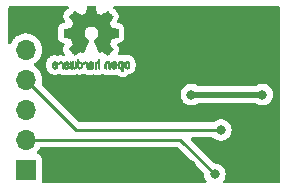
<source format=gbr>
%TF.GenerationSoftware,KiCad,Pcbnew,6.0.11+dfsg-1~bpo11+1*%
%TF.CreationDate,2023-05-03T19:13:37+00:00*%
%TF.ProjectId,huibike,68756962-696b-4652-9e6b-696361645f70,rev?*%
%TF.SameCoordinates,Original*%
%TF.FileFunction,Copper,L2,Bot*%
%TF.FilePolarity,Positive*%
%FSLAX46Y46*%
G04 Gerber Fmt 4.6, Leading zero omitted, Abs format (unit mm)*
G04 Created by KiCad (PCBNEW 6.0.11+dfsg-1~bpo11+1) date 2023-05-03 19:13:37*
%MOMM*%
%LPD*%
G01*
G04 APERTURE LIST*
%TA.AperFunction,EtchedComponent*%
%ADD10C,0.010000*%
%TD*%
%TA.AperFunction,ComponentPad*%
%ADD11R,1.700000X1.700000*%
%TD*%
%TA.AperFunction,ComponentPad*%
%ADD12O,1.700000X1.700000*%
%TD*%
%TA.AperFunction,ViaPad*%
%ADD13C,0.800000*%
%TD*%
%TA.AperFunction,Conductor*%
%ADD14C,0.500000*%
%TD*%
%TA.AperFunction,Conductor*%
%ADD15C,0.250000*%
%TD*%
G04 APERTURE END LIST*
%TO.C,REF\u002A\u002A*%
G36*
X90931020Y-55167822D02*
G01*
X90998810Y-55199680D01*
X91054366Y-55254770D01*
X91065881Y-55272016D01*
X91075432Y-55291562D01*
X91082206Y-55316198D01*
X91086819Y-55350711D01*
X91089888Y-55399889D01*
X91092029Y-55468519D01*
X91093859Y-55561389D01*
X91098404Y-55819007D01*
X91060225Y-55804491D01*
X91025268Y-55791156D01*
X90999097Y-55778323D01*
X90982013Y-55761780D01*
X90972086Y-55736465D01*
X90967386Y-55697316D01*
X90965982Y-55639268D01*
X90965943Y-55557261D01*
X90965744Y-55491895D01*
X90964559Y-55429173D01*
X90961729Y-55386334D01*
X90956609Y-55358220D01*
X90948553Y-55339675D01*
X90936914Y-55325543D01*
X90908303Y-55305600D01*
X90860239Y-55298083D01*
X90812688Y-55317079D01*
X90809550Y-55319511D01*
X90799769Y-55330748D01*
X90792553Y-55348770D01*
X90787299Y-55378026D01*
X90783402Y-55422962D01*
X90780256Y-55488028D01*
X90777257Y-55577670D01*
X90770000Y-55817697D01*
X90708314Y-55790044D01*
X90646629Y-55762391D01*
X90646629Y-55543246D01*
X90646884Y-55483711D01*
X90649086Y-55400892D01*
X90654661Y-55339227D01*
X90664941Y-55293748D01*
X90681258Y-55259484D01*
X90704943Y-55231466D01*
X90737328Y-55204723D01*
X90783907Y-55177780D01*
X90857287Y-55160191D01*
X90931020Y-55167822D01*
G37*
D10*
X90931020Y-55167822D02*
X90998810Y-55199680D01*
X91054366Y-55254770D01*
X91065881Y-55272016D01*
X91075432Y-55291562D01*
X91082206Y-55316198D01*
X91086819Y-55350711D01*
X91089888Y-55399889D01*
X91092029Y-55468519D01*
X91093859Y-55561389D01*
X91098404Y-55819007D01*
X91060225Y-55804491D01*
X91025268Y-55791156D01*
X90999097Y-55778323D01*
X90982013Y-55761780D01*
X90972086Y-55736465D01*
X90967386Y-55697316D01*
X90965982Y-55639268D01*
X90965943Y-55557261D01*
X90965744Y-55491895D01*
X90964559Y-55429173D01*
X90961729Y-55386334D01*
X90956609Y-55358220D01*
X90948553Y-55339675D01*
X90936914Y-55325543D01*
X90908303Y-55305600D01*
X90860239Y-55298083D01*
X90812688Y-55317079D01*
X90809550Y-55319511D01*
X90799769Y-55330748D01*
X90792553Y-55348770D01*
X90787299Y-55378026D01*
X90783402Y-55422962D01*
X90780256Y-55488028D01*
X90777257Y-55577670D01*
X90770000Y-55817697D01*
X90708314Y-55790044D01*
X90646629Y-55762391D01*
X90646629Y-55543246D01*
X90646884Y-55483711D01*
X90649086Y-55400892D01*
X90654661Y-55339227D01*
X90664941Y-55293748D01*
X90681258Y-55259484D01*
X90704943Y-55231466D01*
X90737328Y-55204723D01*
X90783907Y-55177780D01*
X90857287Y-55160191D01*
X90931020Y-55167822D01*
G36*
X86982829Y-55201097D02*
G01*
X87042753Y-55223355D01*
X87067673Y-55240080D01*
X87092910Y-55264043D01*
X87110912Y-55294526D01*
X87122858Y-55336023D01*
X87129930Y-55393032D01*
X87133308Y-55470047D01*
X87134171Y-55571565D01*
X87134002Y-55624027D01*
X87133153Y-55695715D01*
X87131711Y-55752925D01*
X87129814Y-55790809D01*
X87127597Y-55804514D01*
X87113172Y-55799981D01*
X87084054Y-55787670D01*
X87083181Y-55787272D01*
X87068060Y-55779356D01*
X87057891Y-55768495D01*
X87051691Y-55749471D01*
X87048478Y-55717069D01*
X87047270Y-55666071D01*
X87047086Y-55591261D01*
X87046714Y-55543804D01*
X87042750Y-55454615D01*
X87033673Y-55389287D01*
X87018524Y-55344393D01*
X86996345Y-55316507D01*
X86966175Y-55302203D01*
X86961990Y-55301206D01*
X86905480Y-55300427D01*
X86861410Y-55325744D01*
X86830972Y-55376502D01*
X86825544Y-55391175D01*
X86813171Y-55423649D01*
X86806905Y-55438572D01*
X86794036Y-55436516D01*
X86765933Y-55425357D01*
X86739721Y-55406927D01*
X86727771Y-55372098D01*
X86731336Y-55347151D01*
X86753235Y-55296547D01*
X86788644Y-55249128D01*
X86830052Y-55216334D01*
X86847400Y-55208752D01*
X86913089Y-55196076D01*
X86982829Y-55201097D01*
G37*
X86982829Y-55201097D02*
X87042753Y-55223355D01*
X87067673Y-55240080D01*
X87092910Y-55264043D01*
X87110912Y-55294526D01*
X87122858Y-55336023D01*
X87129930Y-55393032D01*
X87133308Y-55470047D01*
X87134171Y-55571565D01*
X87134002Y-55624027D01*
X87133153Y-55695715D01*
X87131711Y-55752925D01*
X87129814Y-55790809D01*
X87127597Y-55804514D01*
X87113172Y-55799981D01*
X87084054Y-55787670D01*
X87083181Y-55787272D01*
X87068060Y-55779356D01*
X87057891Y-55768495D01*
X87051691Y-55749471D01*
X87048478Y-55717069D01*
X87047270Y-55666071D01*
X87047086Y-55591261D01*
X87046714Y-55543804D01*
X87042750Y-55454615D01*
X87033673Y-55389287D01*
X87018524Y-55344393D01*
X86996345Y-55316507D01*
X86966175Y-55302203D01*
X86961990Y-55301206D01*
X86905480Y-55300427D01*
X86861410Y-55325744D01*
X86830972Y-55376502D01*
X86825544Y-55391175D01*
X86813171Y-55423649D01*
X86806905Y-55438572D01*
X86794036Y-55436516D01*
X86765933Y-55425357D01*
X86739721Y-55406927D01*
X86727771Y-55372098D01*
X86731336Y-55347151D01*
X86753235Y-55296547D01*
X86788644Y-55249128D01*
X86830052Y-55216334D01*
X86847400Y-55208752D01*
X86913089Y-55196076D01*
X86982829Y-55201097D01*
G36*
X87467495Y-55196220D02*
G01*
X87498599Y-55204121D01*
X87527559Y-55223817D01*
X87564831Y-55260484D01*
X87588801Y-55286378D01*
X87613770Y-55319997D01*
X87625031Y-55351506D01*
X87627657Y-55391485D01*
X87627657Y-55456917D01*
X87583035Y-55433842D01*
X87547673Y-55405724D01*
X87523451Y-55367848D01*
X87519291Y-55357551D01*
X87487594Y-55317637D01*
X87443554Y-55297624D01*
X87395531Y-55299572D01*
X87351886Y-55325543D01*
X87333420Y-55346635D01*
X87322663Y-55373619D01*
X87334178Y-55397634D01*
X87369981Y-55421791D01*
X87432090Y-55449199D01*
X87441515Y-55452985D01*
X87498058Y-55477759D01*
X87546580Y-55502189D01*
X87577451Y-55521486D01*
X87608371Y-55555953D01*
X87628927Y-55610957D01*
X87626744Y-55669983D01*
X87602424Y-55725845D01*
X87556568Y-55771355D01*
X87519438Y-55790727D01*
X87447711Y-55804292D01*
X87407852Y-55802462D01*
X87370953Y-55792568D01*
X87356797Y-55771806D01*
X87362091Y-55737613D01*
X87363631Y-55733092D01*
X87375842Y-55709116D01*
X87396174Y-55700042D01*
X87434908Y-55700649D01*
X87462257Y-55701474D01*
X87494257Y-55694392D01*
X87516182Y-55673219D01*
X87528670Y-55647152D01*
X87530062Y-55619845D01*
X87529998Y-55619685D01*
X87513807Y-55604930D01*
X87479155Y-55583457D01*
X87434321Y-55559458D01*
X87387582Y-55537125D01*
X87347217Y-55520652D01*
X87321504Y-55514229D01*
X87317679Y-55520518D01*
X87312864Y-55550115D01*
X87309566Y-55598447D01*
X87308343Y-55659372D01*
X87308058Y-55701542D01*
X87306718Y-55754653D01*
X87304528Y-55791025D01*
X87301769Y-55804514D01*
X87287344Y-55799981D01*
X87258226Y-55787670D01*
X87221257Y-55770826D01*
X87221257Y-55554721D01*
X87221493Y-55499327D01*
X87223729Y-55415207D01*
X87229423Y-55352800D01*
X87239903Y-55307358D01*
X87256497Y-55274133D01*
X87280531Y-55248378D01*
X87313333Y-55225344D01*
X87355124Y-55206335D01*
X87432287Y-55194914D01*
X87467495Y-55196220D01*
G37*
X87467495Y-55196220D02*
X87498599Y-55204121D01*
X87527559Y-55223817D01*
X87564831Y-55260484D01*
X87588801Y-55286378D01*
X87613770Y-55319997D01*
X87625031Y-55351506D01*
X87627657Y-55391485D01*
X87627657Y-55456917D01*
X87583035Y-55433842D01*
X87547673Y-55405724D01*
X87523451Y-55367848D01*
X87519291Y-55357551D01*
X87487594Y-55317637D01*
X87443554Y-55297624D01*
X87395531Y-55299572D01*
X87351886Y-55325543D01*
X87333420Y-55346635D01*
X87322663Y-55373619D01*
X87334178Y-55397634D01*
X87369981Y-55421791D01*
X87432090Y-55449199D01*
X87441515Y-55452985D01*
X87498058Y-55477759D01*
X87546580Y-55502189D01*
X87577451Y-55521486D01*
X87608371Y-55555953D01*
X87628927Y-55610957D01*
X87626744Y-55669983D01*
X87602424Y-55725845D01*
X87556568Y-55771355D01*
X87519438Y-55790727D01*
X87447711Y-55804292D01*
X87407852Y-55802462D01*
X87370953Y-55792568D01*
X87356797Y-55771806D01*
X87362091Y-55737613D01*
X87363631Y-55733092D01*
X87375842Y-55709116D01*
X87396174Y-55700042D01*
X87434908Y-55700649D01*
X87462257Y-55701474D01*
X87494257Y-55694392D01*
X87516182Y-55673219D01*
X87528670Y-55647152D01*
X87530062Y-55619845D01*
X87529998Y-55619685D01*
X87513807Y-55604930D01*
X87479155Y-55583457D01*
X87434321Y-55559458D01*
X87387582Y-55537125D01*
X87347217Y-55520652D01*
X87321504Y-55514229D01*
X87317679Y-55520518D01*
X87312864Y-55550115D01*
X87309566Y-55598447D01*
X87308343Y-55659372D01*
X87308058Y-55701542D01*
X87306718Y-55754653D01*
X87304528Y-55791025D01*
X87301769Y-55804514D01*
X87287344Y-55799981D01*
X87258226Y-55787670D01*
X87221257Y-55770826D01*
X87221257Y-55554721D01*
X87221493Y-55499327D01*
X87223729Y-55415207D01*
X87229423Y-55352800D01*
X87239903Y-55307358D01*
X87256497Y-55274133D01*
X87280531Y-55248378D01*
X87313333Y-55225344D01*
X87355124Y-55206335D01*
X87432287Y-55194914D01*
X87467495Y-55196220D01*
G36*
X91657684Y-55554078D02*
G01*
X91655078Y-55577387D01*
X91635660Y-55660352D01*
X91600573Y-55723448D01*
X91547212Y-55771808D01*
X91544196Y-55773804D01*
X91476362Y-55802185D01*
X91405535Y-55804711D01*
X91337289Y-55783097D01*
X91277196Y-55739062D01*
X91230829Y-55674322D01*
X91230050Y-55672761D01*
X91214643Y-55632558D01*
X91203357Y-55586866D01*
X91197370Y-55543972D01*
X91197861Y-55512160D01*
X91206007Y-55499714D01*
X91213244Y-55500471D01*
X91247851Y-55514235D01*
X91287078Y-55539546D01*
X91320448Y-55568845D01*
X91337483Y-55594572D01*
X91355192Y-55629471D01*
X91391485Y-55661212D01*
X91433630Y-55673886D01*
X91449077Y-55670221D01*
X91479569Y-55651774D01*
X91506128Y-55626166D01*
X91517486Y-55602934D01*
X91517482Y-55602848D01*
X91504596Y-55592179D01*
X91470241Y-55572933D01*
X91419593Y-55547813D01*
X91357829Y-55519524D01*
X91357489Y-55519374D01*
X91290388Y-55489498D01*
X91245411Y-55467973D01*
X91218145Y-55451437D01*
X91204178Y-55436531D01*
X91199097Y-55419893D01*
X91198490Y-55398162D01*
X91202712Y-55357013D01*
X91346000Y-55357013D01*
X91360791Y-55369949D01*
X91397644Y-55389333D01*
X91398725Y-55389881D01*
X91442205Y-55410587D01*
X91481102Y-55427105D01*
X91505778Y-55434093D01*
X91515676Y-55424753D01*
X91517486Y-55392748D01*
X91509966Y-55352915D01*
X91483897Y-55316717D01*
X91446154Y-55297950D01*
X91404077Y-55299845D01*
X91365005Y-55325632D01*
X91349647Y-55343451D01*
X91346000Y-55357013D01*
X91202712Y-55357013D01*
X91203833Y-55346086D01*
X91230251Y-55275335D01*
X91274473Y-55219735D01*
X91331697Y-55181239D01*
X91397120Y-55161797D01*
X91465937Y-55163359D01*
X91533347Y-55187878D01*
X91594544Y-55237302D01*
X91628450Y-55286212D01*
X91652806Y-55356027D01*
X91656767Y-55392748D01*
X91662299Y-55444055D01*
X91657684Y-55554078D01*
G37*
X91657684Y-55554078D02*
X91655078Y-55577387D01*
X91635660Y-55660352D01*
X91600573Y-55723448D01*
X91547212Y-55771808D01*
X91544196Y-55773804D01*
X91476362Y-55802185D01*
X91405535Y-55804711D01*
X91337289Y-55783097D01*
X91277196Y-55739062D01*
X91230829Y-55674322D01*
X91230050Y-55672761D01*
X91214643Y-55632558D01*
X91203357Y-55586866D01*
X91197370Y-55543972D01*
X91197861Y-55512160D01*
X91206007Y-55499714D01*
X91213244Y-55500471D01*
X91247851Y-55514235D01*
X91287078Y-55539546D01*
X91320448Y-55568845D01*
X91337483Y-55594572D01*
X91355192Y-55629471D01*
X91391485Y-55661212D01*
X91433630Y-55673886D01*
X91449077Y-55670221D01*
X91479569Y-55651774D01*
X91506128Y-55626166D01*
X91517486Y-55602934D01*
X91517482Y-55602848D01*
X91504596Y-55592179D01*
X91470241Y-55572933D01*
X91419593Y-55547813D01*
X91357829Y-55519524D01*
X91357489Y-55519374D01*
X91290388Y-55489498D01*
X91245411Y-55467973D01*
X91218145Y-55451437D01*
X91204178Y-55436531D01*
X91199097Y-55419893D01*
X91198490Y-55398162D01*
X91202712Y-55357013D01*
X91346000Y-55357013D01*
X91360791Y-55369949D01*
X91397644Y-55389333D01*
X91398725Y-55389881D01*
X91442205Y-55410587D01*
X91481102Y-55427105D01*
X91505778Y-55434093D01*
X91515676Y-55424753D01*
X91517486Y-55392748D01*
X91509966Y-55352915D01*
X91483897Y-55316717D01*
X91446154Y-55297950D01*
X91404077Y-55299845D01*
X91365005Y-55325632D01*
X91349647Y-55343451D01*
X91346000Y-55357013D01*
X91202712Y-55357013D01*
X91203833Y-55346086D01*
X91230251Y-55275335D01*
X91274473Y-55219735D01*
X91331697Y-55181239D01*
X91397120Y-55161797D01*
X91465937Y-55163359D01*
X91533347Y-55187878D01*
X91594544Y-55237302D01*
X91628450Y-55286212D01*
X91652806Y-55356027D01*
X91656767Y-55392748D01*
X91662299Y-55444055D01*
X91657684Y-55554078D01*
G36*
X88729537Y-55556313D02*
G01*
X88721345Y-55633462D01*
X88703519Y-55691276D01*
X88673975Y-55735422D01*
X88630625Y-55771568D01*
X88589332Y-55792463D01*
X88519987Y-55804090D01*
X88450736Y-55791377D01*
X88388145Y-55755945D01*
X88338779Y-55699418D01*
X88332818Y-55688995D01*
X88324945Y-55670733D01*
X88319106Y-55647429D01*
X88314999Y-55615085D01*
X88312325Y-55569704D01*
X88310781Y-55507287D01*
X88310734Y-55501748D01*
X88411429Y-55501748D01*
X88411772Y-55554577D01*
X88413942Y-55602362D01*
X88419307Y-55633209D01*
X88429217Y-55653935D01*
X88445021Y-55671356D01*
X88448724Y-55674705D01*
X88496299Y-55699419D01*
X88546635Y-55696890D01*
X88593517Y-55667288D01*
X88607477Y-55651953D01*
X88619160Y-55631622D01*
X88625686Y-55603514D01*
X88628524Y-55560550D01*
X88629143Y-55495647D01*
X88628837Y-55446122D01*
X88626722Y-55397782D01*
X88621390Y-55366587D01*
X88611460Y-55345647D01*
X88595550Y-55328073D01*
X88586204Y-55320159D01*
X88537776Y-55298843D01*
X88487040Y-55302198D01*
X88442987Y-55330107D01*
X88433504Y-55341173D01*
X88421939Y-55362009D01*
X88415252Y-55391106D01*
X88412173Y-55435381D01*
X88411429Y-55501748D01*
X88310734Y-55501748D01*
X88310067Y-55423837D01*
X88309883Y-55315358D01*
X88309829Y-54978601D01*
X88357000Y-54998362D01*
X88369472Y-55003770D01*
X88389324Y-55015985D01*
X88400687Y-55034482D01*
X88406933Y-55066829D01*
X88411429Y-55120593D01*
X88415535Y-55168866D01*
X88420963Y-55200557D01*
X88428739Y-55212383D01*
X88440457Y-55209212D01*
X88470318Y-55198067D01*
X88523684Y-55195304D01*
X88581093Y-55205625D01*
X88630625Y-55227861D01*
X88657876Y-55248443D01*
X88692865Y-55288600D01*
X88715274Y-55340086D01*
X88727190Y-55408568D01*
X88730542Y-55495647D01*
X88730698Y-55499714D01*
X88729537Y-55556313D01*
G37*
X88729537Y-55556313D02*
X88721345Y-55633462D01*
X88703519Y-55691276D01*
X88673975Y-55735422D01*
X88630625Y-55771568D01*
X88589332Y-55792463D01*
X88519987Y-55804090D01*
X88450736Y-55791377D01*
X88388145Y-55755945D01*
X88338779Y-55699418D01*
X88332818Y-55688995D01*
X88324945Y-55670733D01*
X88319106Y-55647429D01*
X88314999Y-55615085D01*
X88312325Y-55569704D01*
X88310781Y-55507287D01*
X88310734Y-55501748D01*
X88411429Y-55501748D01*
X88411772Y-55554577D01*
X88413942Y-55602362D01*
X88419307Y-55633209D01*
X88429217Y-55653935D01*
X88445021Y-55671356D01*
X88448724Y-55674705D01*
X88496299Y-55699419D01*
X88546635Y-55696890D01*
X88593517Y-55667288D01*
X88607477Y-55651953D01*
X88619160Y-55631622D01*
X88625686Y-55603514D01*
X88628524Y-55560550D01*
X88629143Y-55495647D01*
X88628837Y-55446122D01*
X88626722Y-55397782D01*
X88621390Y-55366587D01*
X88611460Y-55345647D01*
X88595550Y-55328073D01*
X88586204Y-55320159D01*
X88537776Y-55298843D01*
X88487040Y-55302198D01*
X88442987Y-55330107D01*
X88433504Y-55341173D01*
X88421939Y-55362009D01*
X88415252Y-55391106D01*
X88412173Y-55435381D01*
X88411429Y-55501748D01*
X88310734Y-55501748D01*
X88310067Y-55423837D01*
X88309883Y-55315358D01*
X88309829Y-54978601D01*
X88357000Y-54998362D01*
X88369472Y-55003770D01*
X88389324Y-55015985D01*
X88400687Y-55034482D01*
X88406933Y-55066829D01*
X88411429Y-55120593D01*
X88415535Y-55168866D01*
X88420963Y-55200557D01*
X88428739Y-55212383D01*
X88440457Y-55209212D01*
X88470318Y-55198067D01*
X88523684Y-55195304D01*
X88581093Y-55205625D01*
X88630625Y-55227861D01*
X88657876Y-55248443D01*
X88692865Y-55288600D01*
X88715274Y-55340086D01*
X88727190Y-55408568D01*
X88730542Y-55495647D01*
X88730698Y-55499714D01*
X88729537Y-55556313D01*
G36*
X86640307Y-55541305D02*
G01*
X86636762Y-55617521D01*
X86627483Y-55673294D01*
X86610375Y-55714613D01*
X86583344Y-55747467D01*
X86544292Y-55777846D01*
X86519445Y-55791660D01*
X86479615Y-55800965D01*
X86423665Y-55800230D01*
X86392385Y-55797283D01*
X86354653Y-55788283D01*
X86324494Y-55768720D01*
X86289408Y-55732267D01*
X86284720Y-55726943D01*
X86253177Y-55685969D01*
X86238128Y-55650283D01*
X86234286Y-55607966D01*
X86234286Y-55545779D01*
X86277742Y-55562182D01*
X86309424Y-55581356D01*
X86336962Y-55626347D01*
X86342711Y-55640752D01*
X86374855Y-55681546D01*
X86418611Y-55702081D01*
X86466254Y-55700235D01*
X86510057Y-55673886D01*
X86525111Y-55657455D01*
X86538763Y-55632667D01*
X86534493Y-55610144D01*
X86509916Y-55586964D01*
X86462651Y-55560202D01*
X86390314Y-55526934D01*
X86241543Y-55461816D01*
X86237595Y-55397308D01*
X86239079Y-55356220D01*
X86336010Y-55356220D01*
X86343368Y-55381657D01*
X86376848Y-55408814D01*
X86437614Y-55439714D01*
X86447669Y-55444190D01*
X86495751Y-55465017D01*
X86531726Y-55479665D01*
X86548444Y-55485200D01*
X86550977Y-55481126D01*
X86551993Y-55456247D01*
X86548369Y-55416257D01*
X86539242Y-55377152D01*
X86510773Y-55327884D01*
X86469678Y-55300122D01*
X86420590Y-55296364D01*
X86368144Y-55319109D01*
X86353609Y-55330481D01*
X86336010Y-55356220D01*
X86239079Y-55356220D01*
X86239338Y-55349064D01*
X86261281Y-55288096D01*
X86288979Y-55254497D01*
X86346405Y-55216966D01*
X86414527Y-55198006D01*
X86484947Y-55199507D01*
X86549267Y-55223355D01*
X86563426Y-55232513D01*
X86595904Y-55260849D01*
X86618116Y-55296695D01*
X86631804Y-55345384D01*
X86638715Y-55412249D01*
X86639628Y-55456247D01*
X86640590Y-55502622D01*
X86640307Y-55541305D01*
G37*
X86640307Y-55541305D02*
X86636762Y-55617521D01*
X86627483Y-55673294D01*
X86610375Y-55714613D01*
X86583344Y-55747467D01*
X86544292Y-55777846D01*
X86519445Y-55791660D01*
X86479615Y-55800965D01*
X86423665Y-55800230D01*
X86392385Y-55797283D01*
X86354653Y-55788283D01*
X86324494Y-55768720D01*
X86289408Y-55732267D01*
X86284720Y-55726943D01*
X86253177Y-55685969D01*
X86238128Y-55650283D01*
X86234286Y-55607966D01*
X86234286Y-55545779D01*
X86277742Y-55562182D01*
X86309424Y-55581356D01*
X86336962Y-55626347D01*
X86342711Y-55640752D01*
X86374855Y-55681546D01*
X86418611Y-55702081D01*
X86466254Y-55700235D01*
X86510057Y-55673886D01*
X86525111Y-55657455D01*
X86538763Y-55632667D01*
X86534493Y-55610144D01*
X86509916Y-55586964D01*
X86462651Y-55560202D01*
X86390314Y-55526934D01*
X86241543Y-55461816D01*
X86237595Y-55397308D01*
X86239079Y-55356220D01*
X86336010Y-55356220D01*
X86343368Y-55381657D01*
X86376848Y-55408814D01*
X86437614Y-55439714D01*
X86447669Y-55444190D01*
X86495751Y-55465017D01*
X86531726Y-55479665D01*
X86548444Y-55485200D01*
X86550977Y-55481126D01*
X86551993Y-55456247D01*
X86548369Y-55416257D01*
X86539242Y-55377152D01*
X86510773Y-55327884D01*
X86469678Y-55300122D01*
X86420590Y-55296364D01*
X86368144Y-55319109D01*
X86353609Y-55330481D01*
X86336010Y-55356220D01*
X86239079Y-55356220D01*
X86239338Y-55349064D01*
X86261281Y-55288096D01*
X86288979Y-55254497D01*
X86346405Y-55216966D01*
X86414527Y-55198006D01*
X86484947Y-55199507D01*
X86549267Y-55223355D01*
X86563426Y-55232513D01*
X86595904Y-55260849D01*
X86618116Y-55296695D01*
X86631804Y-55345384D01*
X86638715Y-55412249D01*
X86639628Y-55456247D01*
X86640590Y-55502622D01*
X86640307Y-55541305D01*
G36*
X90178543Y-54999444D02*
G01*
X90225714Y-55019342D01*
X90225714Y-55416509D01*
X90225519Y-55519498D01*
X90224998Y-55612141D01*
X90224199Y-55690700D01*
X90223172Y-55751439D01*
X90221963Y-55790623D01*
X90220623Y-55804514D01*
X90220099Y-55804468D01*
X90202287Y-55799420D01*
X90169823Y-55788580D01*
X90124114Y-55772646D01*
X90124114Y-55568173D01*
X90123824Y-55487832D01*
X90122474Y-55429562D01*
X90119369Y-55389909D01*
X90113812Y-55363618D01*
X90105107Y-55345436D01*
X90092556Y-55330107D01*
X90083999Y-55321955D01*
X90037728Y-55299375D01*
X89986728Y-55301375D01*
X89939993Y-55328073D01*
X89933189Y-55334698D01*
X89922293Y-55348456D01*
X89914836Y-55366642D01*
X89910169Y-55394177D01*
X89907642Y-55435981D01*
X89906602Y-55496973D01*
X89906400Y-55582073D01*
X89906303Y-55625234D01*
X89905674Y-55696224D01*
X89904556Y-55753076D01*
X89903063Y-55790828D01*
X89901309Y-55804514D01*
X89900785Y-55804468D01*
X89882973Y-55799420D01*
X89850509Y-55788580D01*
X89804800Y-55772646D01*
X89804823Y-55567237D01*
X89804857Y-55548951D01*
X89806778Y-55453626D01*
X89812678Y-55381543D01*
X89824001Y-55327813D01*
X89842187Y-55287549D01*
X89868679Y-55255861D01*
X89904918Y-55227861D01*
X89940263Y-55210333D01*
X89996773Y-55196785D01*
X90052356Y-55196015D01*
X90095086Y-55209195D01*
X90098298Y-55211015D01*
X90108205Y-55210820D01*
X90114975Y-55195572D01*
X90119861Y-55160613D01*
X90124114Y-55101289D01*
X90131371Y-54979547D01*
X90178543Y-54999444D01*
G37*
X90178543Y-54999444D02*
X90225714Y-55019342D01*
X90225714Y-55416509D01*
X90225519Y-55519498D01*
X90224998Y-55612141D01*
X90224199Y-55690700D01*
X90223172Y-55751439D01*
X90221963Y-55790623D01*
X90220623Y-55804514D01*
X90220099Y-55804468D01*
X90202287Y-55799420D01*
X90169823Y-55788580D01*
X90124114Y-55772646D01*
X90124114Y-55568173D01*
X90123824Y-55487832D01*
X90122474Y-55429562D01*
X90119369Y-55389909D01*
X90113812Y-55363618D01*
X90105107Y-55345436D01*
X90092556Y-55330107D01*
X90083999Y-55321955D01*
X90037728Y-55299375D01*
X89986728Y-55301375D01*
X89939993Y-55328073D01*
X89933189Y-55334698D01*
X89922293Y-55348456D01*
X89914836Y-55366642D01*
X89910169Y-55394177D01*
X89907642Y-55435981D01*
X89906602Y-55496973D01*
X89906400Y-55582073D01*
X89906303Y-55625234D01*
X89905674Y-55696224D01*
X89904556Y-55753076D01*
X89903063Y-55790828D01*
X89901309Y-55804514D01*
X89900785Y-55804468D01*
X89882973Y-55799420D01*
X89850509Y-55788580D01*
X89804800Y-55772646D01*
X89804823Y-55567237D01*
X89804857Y-55548951D01*
X89806778Y-55453626D01*
X89812678Y-55381543D01*
X89824001Y-55327813D01*
X89842187Y-55287549D01*
X89868679Y-55255861D01*
X89904918Y-55227861D01*
X89940263Y-55210333D01*
X89996773Y-55196785D01*
X90052356Y-55196015D01*
X90095086Y-55209195D01*
X90098298Y-55211015D01*
X90108205Y-55210820D01*
X90114975Y-55195572D01*
X90119861Y-55160613D01*
X90124114Y-55101289D01*
X90131371Y-54979547D01*
X90178543Y-54999444D01*
G36*
X92765701Y-55500935D02*
G01*
X92764914Y-55571119D01*
X92762210Y-55620022D01*
X92756606Y-55654178D01*
X92747119Y-55680124D01*
X92732768Y-55704397D01*
X92729237Y-55709433D01*
X92691878Y-55749143D01*
X92649311Y-55779092D01*
X92627452Y-55788810D01*
X92548908Y-55805020D01*
X92471231Y-55794535D01*
X92399645Y-55758707D01*
X92339374Y-55698887D01*
X92334286Y-55690873D01*
X92317730Y-55644342D01*
X92306573Y-55579552D01*
X92301160Y-55504727D01*
X92301768Y-55435513D01*
X92448248Y-55435513D01*
X92449402Y-55531399D01*
X92449866Y-55537569D01*
X92456629Y-55590478D01*
X92468671Y-55624029D01*
X92489005Y-55647016D01*
X92523097Y-55668548D01*
X92556814Y-55669680D01*
X92591543Y-55644857D01*
X92597584Y-55638325D01*
X92609417Y-55618779D01*
X92616404Y-55590386D01*
X92619727Y-55546430D01*
X92620571Y-55480192D01*
X92619125Y-55418150D01*
X92611907Y-55359042D01*
X92597006Y-55321686D01*
X92572636Y-55302152D01*
X92537008Y-55296514D01*
X92523440Y-55297635D01*
X92485430Y-55318194D01*
X92460312Y-55364299D01*
X92448248Y-55435513D01*
X92301768Y-55435513D01*
X92301833Y-55428096D01*
X92308937Y-55357882D01*
X92322815Y-55302312D01*
X92340649Y-55265301D01*
X92390855Y-55207733D01*
X92458885Y-55171962D01*
X92542158Y-55159665D01*
X92564398Y-55160331D01*
X92629891Y-55173947D01*
X92683687Y-55208249D01*
X92733057Y-55267338D01*
X92735995Y-55271722D01*
X92749287Y-55295299D01*
X92757932Y-55321949D01*
X92762904Y-55358159D01*
X92765174Y-55410413D01*
X92765678Y-55480192D01*
X92765714Y-55485200D01*
X92765701Y-55500935D01*
G37*
X92765701Y-55500935D02*
X92764914Y-55571119D01*
X92762210Y-55620022D01*
X92756606Y-55654178D01*
X92747119Y-55680124D01*
X92732768Y-55704397D01*
X92729237Y-55709433D01*
X92691878Y-55749143D01*
X92649311Y-55779092D01*
X92627452Y-55788810D01*
X92548908Y-55805020D01*
X92471231Y-55794535D01*
X92399645Y-55758707D01*
X92339374Y-55698887D01*
X92334286Y-55690873D01*
X92317730Y-55644342D01*
X92306573Y-55579552D01*
X92301160Y-55504727D01*
X92301768Y-55435513D01*
X92448248Y-55435513D01*
X92449402Y-55531399D01*
X92449866Y-55537569D01*
X92456629Y-55590478D01*
X92468671Y-55624029D01*
X92489005Y-55647016D01*
X92523097Y-55668548D01*
X92556814Y-55669680D01*
X92591543Y-55644857D01*
X92597584Y-55638325D01*
X92609417Y-55618779D01*
X92616404Y-55590386D01*
X92619727Y-55546430D01*
X92620571Y-55480192D01*
X92619125Y-55418150D01*
X92611907Y-55359042D01*
X92597006Y-55321686D01*
X92572636Y-55302152D01*
X92537008Y-55296514D01*
X92523440Y-55297635D01*
X92485430Y-55318194D01*
X92460312Y-55364299D01*
X92448248Y-55435513D01*
X92301768Y-55435513D01*
X92301833Y-55428096D01*
X92308937Y-55357882D01*
X92322815Y-55302312D01*
X92340649Y-55265301D01*
X92390855Y-55207733D01*
X92458885Y-55171962D01*
X92542158Y-55159665D01*
X92564398Y-55160331D01*
X92629891Y-55173947D01*
X92683687Y-55208249D01*
X92733057Y-55267338D01*
X92735995Y-55271722D01*
X92749287Y-55295299D01*
X92757932Y-55321949D01*
X92762904Y-55358159D01*
X92765174Y-55410413D01*
X92765678Y-55480192D01*
X92765714Y-55485200D01*
X92765701Y-55500935D01*
G36*
X89589483Y-55210569D02*
G01*
X89639376Y-55239661D01*
X89661325Y-55262327D01*
X89703504Y-55330082D01*
X89717714Y-55403950D01*
X89717714Y-55454770D01*
X89670999Y-55435128D01*
X89638692Y-55415308D01*
X89613231Y-55374160D01*
X89610616Y-55365675D01*
X89582478Y-55322451D01*
X89540067Y-55299103D01*
X89491370Y-55298100D01*
X89444373Y-55321914D01*
X89437357Y-55328056D01*
X89413893Y-55354745D01*
X89410019Y-55378014D01*
X89427768Y-55400862D01*
X89469179Y-55426287D01*
X89536286Y-55457288D01*
X89540824Y-55459252D01*
X89615322Y-55493990D01*
X89666203Y-55524763D01*
X89697525Y-55555488D01*
X89713343Y-55590082D01*
X89717714Y-55632462D01*
X89711986Y-55679446D01*
X89683062Y-55739585D01*
X89632178Y-55782788D01*
X89595374Y-55795759D01*
X89543434Y-55802856D01*
X89492999Y-55801340D01*
X89456983Y-55790632D01*
X89453158Y-55787966D01*
X89442998Y-55769337D01*
X89450048Y-55736505D01*
X89462297Y-55710735D01*
X89481939Y-55700006D01*
X89519191Y-55700539D01*
X89570908Y-55697462D01*
X89604701Y-55676212D01*
X89616114Y-55636877D01*
X89616104Y-55635747D01*
X89609187Y-55612913D01*
X89585659Y-55591963D01*
X89539914Y-55567815D01*
X89477704Y-55538741D01*
X89436499Y-55522925D01*
X89412712Y-55523944D01*
X89401597Y-55544837D01*
X89398408Y-55588641D01*
X89398400Y-55658393D01*
X89398044Y-55701452D01*
X89396413Y-55754626D01*
X89393761Y-55791022D01*
X89390422Y-55804514D01*
X89389530Y-55804423D01*
X89370237Y-55797110D01*
X89338284Y-55781678D01*
X89294124Y-55758842D01*
X89299371Y-55553078D01*
X89299736Y-55539432D01*
X89303904Y-55443651D01*
X89311268Y-55371462D01*
X89323330Y-55318058D01*
X89341593Y-55278633D01*
X89367560Y-55248380D01*
X89402733Y-55222493D01*
X89403384Y-55222087D01*
X89460256Y-55200968D01*
X89526033Y-55197400D01*
X89589483Y-55210569D01*
G37*
X89589483Y-55210569D02*
X89639376Y-55239661D01*
X89661325Y-55262327D01*
X89703504Y-55330082D01*
X89717714Y-55403950D01*
X89717714Y-55454770D01*
X89670999Y-55435128D01*
X89638692Y-55415308D01*
X89613231Y-55374160D01*
X89610616Y-55365675D01*
X89582478Y-55322451D01*
X89540067Y-55299103D01*
X89491370Y-55298100D01*
X89444373Y-55321914D01*
X89437357Y-55328056D01*
X89413893Y-55354745D01*
X89410019Y-55378014D01*
X89427768Y-55400862D01*
X89469179Y-55426287D01*
X89536286Y-55457288D01*
X89540824Y-55459252D01*
X89615322Y-55493990D01*
X89666203Y-55524763D01*
X89697525Y-55555488D01*
X89713343Y-55590082D01*
X89717714Y-55632462D01*
X89711986Y-55679446D01*
X89683062Y-55739585D01*
X89632178Y-55782788D01*
X89595374Y-55795759D01*
X89543434Y-55802856D01*
X89492999Y-55801340D01*
X89456983Y-55790632D01*
X89453158Y-55787966D01*
X89442998Y-55769337D01*
X89450048Y-55736505D01*
X89462297Y-55710735D01*
X89481939Y-55700006D01*
X89519191Y-55700539D01*
X89570908Y-55697462D01*
X89604701Y-55676212D01*
X89616114Y-55636877D01*
X89616104Y-55635747D01*
X89609187Y-55612913D01*
X89585659Y-55591963D01*
X89539914Y-55567815D01*
X89477704Y-55538741D01*
X89436499Y-55522925D01*
X89412712Y-55523944D01*
X89401597Y-55544837D01*
X89398408Y-55588641D01*
X89398400Y-55658393D01*
X89398044Y-55701452D01*
X89396413Y-55754626D01*
X89393761Y-55791022D01*
X89390422Y-55804514D01*
X89389530Y-55804423D01*
X89370237Y-55797110D01*
X89338284Y-55781678D01*
X89294124Y-55758842D01*
X89299371Y-55553078D01*
X89299736Y-55539432D01*
X89303904Y-55443651D01*
X89311268Y-55371462D01*
X89323330Y-55318058D01*
X89341593Y-55278633D01*
X89367560Y-55248380D01*
X89402733Y-55222493D01*
X89403384Y-55222087D01*
X89460256Y-55200968D01*
X89526033Y-55197400D01*
X89589483Y-55210569D01*
G36*
X89613933Y-50492371D02*
G01*
X89689856Y-50492865D01*
X89744491Y-50494135D01*
X89781500Y-50496547D01*
X89804547Y-50500467D01*
X89817296Y-50506262D01*
X89823411Y-50514299D01*
X89826556Y-50524943D01*
X89826646Y-50525325D01*
X89831814Y-50550347D01*
X89841209Y-50598681D01*
X89853867Y-50665260D01*
X89868825Y-50745014D01*
X89885119Y-50832875D01*
X89886448Y-50840064D01*
X89902691Y-50925340D01*
X89917805Y-51000242D01*
X89930808Y-51060219D01*
X89940715Y-51100717D01*
X89946544Y-51117184D01*
X89946575Y-51117210D01*
X89964943Y-51126320D01*
X90002640Y-51141457D01*
X90051543Y-51159358D01*
X90054297Y-51160330D01*
X90116817Y-51183959D01*
X90189543Y-51213595D01*
X90257294Y-51243062D01*
X90368703Y-51293626D01*
X90615399Y-51125160D01*
X90632775Y-51113311D01*
X90707202Y-51062947D01*
X90773614Y-51018612D01*
X90828039Y-50982916D01*
X90866506Y-50958471D01*
X90885042Y-50947889D01*
X90897743Y-50950315D01*
X90926579Y-50969110D01*
X90971143Y-51006330D01*
X91032670Y-51063020D01*
X91112398Y-51140227D01*
X91119532Y-51147255D01*
X91182796Y-51210222D01*
X91238990Y-51267268D01*
X91284677Y-51314817D01*
X91316414Y-51349297D01*
X91330764Y-51367131D01*
X91330810Y-51367217D01*
X91332633Y-51380795D01*
X91325910Y-51402820D01*
X91308946Y-51436304D01*
X91280044Y-51484261D01*
X91237508Y-51549704D01*
X91179644Y-51635645D01*
X91169783Y-51650151D01*
X91119913Y-51723635D01*
X91075905Y-51788687D01*
X91040380Y-51841417D01*
X91015959Y-51877936D01*
X91005264Y-51894356D01*
X91004458Y-51897834D01*
X91009518Y-51923785D01*
X91024677Y-51966159D01*
X91047463Y-52017728D01*
X91078429Y-52085170D01*
X91113004Y-52165195D01*
X91142366Y-52237629D01*
X91149645Y-52256377D01*
X91168710Y-52304246D01*
X91182715Y-52337596D01*
X91189041Y-52350114D01*
X91196025Y-52351050D01*
X91227413Y-52356461D01*
X91278787Y-52365806D01*
X91344802Y-52378069D01*
X91420113Y-52392232D01*
X91499375Y-52407280D01*
X91577243Y-52422195D01*
X91648370Y-52435961D01*
X91707412Y-52447562D01*
X91749022Y-52455980D01*
X91767857Y-52460199D01*
X91770980Y-52461389D01*
X91778591Y-52467805D01*
X91784254Y-52481465D01*
X91788251Y-52505999D01*
X91790866Y-52545038D01*
X91792384Y-52602213D01*
X91793086Y-52681154D01*
X91793257Y-52785492D01*
X91793257Y-53102799D01*
X91717057Y-53117839D01*
X91707840Y-53119642D01*
X91658891Y-53128980D01*
X91591205Y-53141669D01*
X91512478Y-53156273D01*
X91430400Y-53171355D01*
X91398078Y-53177422D01*
X91325855Y-53192181D01*
X91265666Y-53206137D01*
X91223040Y-53217952D01*
X91203510Y-53226287D01*
X91194660Y-53239905D01*
X91178548Y-53275938D01*
X91162065Y-53322572D01*
X91156263Y-53340034D01*
X91134906Y-53397358D01*
X91107359Y-53465201D01*
X91078107Y-53532355D01*
X91062463Y-53567430D01*
X91040174Y-53619822D01*
X91024857Y-53659058D01*
X91019162Y-53678563D01*
X91019478Y-53680036D01*
X91030281Y-53700729D01*
X91054638Y-53740665D01*
X91090081Y-53795972D01*
X91134136Y-53862781D01*
X91184332Y-53937220D01*
X91349501Y-54179623D01*
X91132503Y-54396983D01*
X91111516Y-54417899D01*
X91047342Y-54480505D01*
X90989990Y-54534495D01*
X90942820Y-54576826D01*
X90909192Y-54604457D01*
X90892467Y-54614343D01*
X90874303Y-54606821D01*
X90836265Y-54585227D01*
X90782726Y-54552151D01*
X90717884Y-54510191D01*
X90645940Y-54461943D01*
X90575275Y-54414291D01*
X90511526Y-54372328D01*
X90459513Y-54339165D01*
X90423279Y-54317378D01*
X90406867Y-54309543D01*
X90405905Y-54309614D01*
X90384103Y-54317338D01*
X90345440Y-54335323D01*
X90297612Y-54360013D01*
X90297110Y-54360284D01*
X90233587Y-54392099D01*
X90190060Y-54407642D01*
X90163052Y-54407685D01*
X90149090Y-54393000D01*
X90143180Y-54378544D01*
X90127229Y-54339831D01*
X90102660Y-54280316D01*
X90070779Y-54203165D01*
X90032893Y-54111541D01*
X89990310Y-54008607D01*
X89944337Y-53897526D01*
X89902667Y-53796472D01*
X89860268Y-53692780D01*
X89822756Y-53600119D01*
X89791388Y-53521642D01*
X89767425Y-53460500D01*
X89752123Y-53419843D01*
X89746743Y-53402825D01*
X89757018Y-53387219D01*
X89785563Y-53361162D01*
X89825971Y-53330887D01*
X89922979Y-53251684D01*
X90009793Y-53150475D01*
X90073322Y-53039116D01*
X90113177Y-52920893D01*
X90128965Y-52799095D01*
X90120296Y-52677010D01*
X90086778Y-52557925D01*
X90028021Y-52445129D01*
X89943632Y-52341911D01*
X89899631Y-52301713D01*
X89794211Y-52230638D01*
X89681410Y-52184301D01*
X89564525Y-52161599D01*
X89446853Y-52161428D01*
X89331690Y-52182687D01*
X89222335Y-52224270D01*
X89122083Y-52285076D01*
X89034233Y-52364001D01*
X88962080Y-52459941D01*
X88908922Y-52571795D01*
X88878057Y-52698457D01*
X88872392Y-52759507D01*
X88880185Y-52891776D01*
X88915284Y-53017266D01*
X88976649Y-53133759D01*
X89063243Y-53239039D01*
X89174029Y-53330887D01*
X89212931Y-53359930D01*
X89242104Y-53386272D01*
X89253257Y-53402800D01*
X89248810Y-53417209D01*
X89234378Y-53455815D01*
X89211173Y-53515201D01*
X89180452Y-53592215D01*
X89143474Y-53683703D01*
X89101496Y-53786516D01*
X89055778Y-53897502D01*
X89014178Y-53998072D01*
X88971222Y-54101947D01*
X88932829Y-54194819D01*
X88900305Y-54273525D01*
X88874958Y-54334899D01*
X88858095Y-54375779D01*
X88851025Y-54393000D01*
X88850943Y-54393204D01*
X88836798Y-54407745D01*
X88809659Y-54407579D01*
X88766023Y-54391927D01*
X88702388Y-54360013D01*
X88697379Y-54357326D01*
X88650125Y-54333150D01*
X88612811Y-54316037D01*
X88593133Y-54309543D01*
X88577005Y-54317218D01*
X88540959Y-54338871D01*
X88489092Y-54371928D01*
X88425445Y-54413810D01*
X88354060Y-54461943D01*
X88283724Y-54509131D01*
X88218670Y-54551267D01*
X88164820Y-54584578D01*
X88126374Y-54606469D01*
X88107534Y-54614343D01*
X88104325Y-54613343D01*
X88081954Y-54597584D01*
X88043733Y-54565033D01*
X87993021Y-54518733D01*
X87933181Y-54461726D01*
X87867571Y-54397058D01*
X87650648Y-54179772D01*
X87819601Y-53931253D01*
X87988553Y-53682733D01*
X87937183Y-53571595D01*
X87937031Y-53571266D01*
X87906183Y-53500418D01*
X87874661Y-53421523D01*
X87849266Y-53351600D01*
X87845423Y-53340322D01*
X87826047Y-53287967D01*
X87808574Y-53247283D01*
X87796388Y-53226287D01*
X87791426Y-53223322D01*
X87761634Y-53213375D01*
X87711047Y-53200505D01*
X87645194Y-53186053D01*
X87569600Y-53171355D01*
X87546957Y-53167210D01*
X87465038Y-53152116D01*
X87388600Y-53137899D01*
X87325337Y-53125995D01*
X87282943Y-53117839D01*
X87206743Y-53102799D01*
X87206743Y-52785492D01*
X87206760Y-52746476D01*
X87207082Y-52651292D01*
X87208033Y-52580255D01*
X87209896Y-52529734D01*
X87212955Y-52496098D01*
X87217494Y-52475718D01*
X87223795Y-52464962D01*
X87232143Y-52460199D01*
X87240224Y-52458270D01*
X87273172Y-52451445D01*
X87325736Y-52441022D01*
X87392569Y-52428018D01*
X87468328Y-52413449D01*
X87547665Y-52398333D01*
X87625237Y-52383685D01*
X87695698Y-52370523D01*
X87753702Y-52359863D01*
X87793904Y-52352721D01*
X87810959Y-52350114D01*
X87812112Y-52348541D01*
X87821385Y-52328119D01*
X87837432Y-52289045D01*
X87857635Y-52237629D01*
X87885672Y-52168353D01*
X87920186Y-52088290D01*
X87952538Y-52017728D01*
X87959952Y-52001889D01*
X87980755Y-51952293D01*
X87993219Y-51914038D01*
X87994863Y-51894356D01*
X87994015Y-51892962D01*
X87980548Y-51872420D01*
X87953850Y-51832516D01*
X87916539Y-51777140D01*
X87871234Y-51710177D01*
X87820552Y-51635517D01*
X87763445Y-51550692D01*
X87720607Y-51484800D01*
X87691460Y-51436478D01*
X87674317Y-51402733D01*
X87667495Y-51380572D01*
X87669306Y-51367002D01*
X87669915Y-51365984D01*
X87686297Y-51346210D01*
X87719695Y-51310175D01*
X87766671Y-51261451D01*
X87823786Y-51203612D01*
X87887603Y-51140227D01*
X87953802Y-51075905D01*
X88018648Y-51015447D01*
X88066299Y-50974655D01*
X88097990Y-50952484D01*
X88114958Y-50947889D01*
X88117175Y-50948921D01*
X88140524Y-50962837D01*
X88182912Y-50990030D01*
X88240369Y-51027889D01*
X88308923Y-51073803D01*
X88384601Y-51125160D01*
X88631298Y-51293626D01*
X88742706Y-51243062D01*
X88745943Y-51241597D01*
X88814343Y-51211965D01*
X88886907Y-51182493D01*
X88948457Y-51159358D01*
X88948729Y-51159262D01*
X88997595Y-51141367D01*
X89035212Y-51126253D01*
X89053457Y-51117184D01*
X89053752Y-51116855D01*
X89059946Y-51098282D01*
X89070139Y-51056045D01*
X89083348Y-50994696D01*
X89098590Y-50918789D01*
X89114881Y-50832875D01*
X89115449Y-50829796D01*
X89131713Y-50742128D01*
X89146608Y-50662741D01*
X89159171Y-50596701D01*
X89168438Y-50549079D01*
X89173444Y-50524943D01*
X89173764Y-50523605D01*
X89177060Y-50513273D01*
X89183738Y-50505506D01*
X89197462Y-50499940D01*
X89221895Y-50496207D01*
X89260702Y-50493942D01*
X89317546Y-50492778D01*
X89396090Y-50492348D01*
X89500000Y-50492286D01*
X89513056Y-50492286D01*
X89613933Y-50492371D01*
G37*
X89613933Y-50492371D02*
X89689856Y-50492865D01*
X89744491Y-50494135D01*
X89781500Y-50496547D01*
X89804547Y-50500467D01*
X89817296Y-50506262D01*
X89823411Y-50514299D01*
X89826556Y-50524943D01*
X89826646Y-50525325D01*
X89831814Y-50550347D01*
X89841209Y-50598681D01*
X89853867Y-50665260D01*
X89868825Y-50745014D01*
X89885119Y-50832875D01*
X89886448Y-50840064D01*
X89902691Y-50925340D01*
X89917805Y-51000242D01*
X89930808Y-51060219D01*
X89940715Y-51100717D01*
X89946544Y-51117184D01*
X89946575Y-51117210D01*
X89964943Y-51126320D01*
X90002640Y-51141457D01*
X90051543Y-51159358D01*
X90054297Y-51160330D01*
X90116817Y-51183959D01*
X90189543Y-51213595D01*
X90257294Y-51243062D01*
X90368703Y-51293626D01*
X90615399Y-51125160D01*
X90632775Y-51113311D01*
X90707202Y-51062947D01*
X90773614Y-51018612D01*
X90828039Y-50982916D01*
X90866506Y-50958471D01*
X90885042Y-50947889D01*
X90897743Y-50950315D01*
X90926579Y-50969110D01*
X90971143Y-51006330D01*
X91032670Y-51063020D01*
X91112398Y-51140227D01*
X91119532Y-51147255D01*
X91182796Y-51210222D01*
X91238990Y-51267268D01*
X91284677Y-51314817D01*
X91316414Y-51349297D01*
X91330764Y-51367131D01*
X91330810Y-51367217D01*
X91332633Y-51380795D01*
X91325910Y-51402820D01*
X91308946Y-51436304D01*
X91280044Y-51484261D01*
X91237508Y-51549704D01*
X91179644Y-51635645D01*
X91169783Y-51650151D01*
X91119913Y-51723635D01*
X91075905Y-51788687D01*
X91040380Y-51841417D01*
X91015959Y-51877936D01*
X91005264Y-51894356D01*
X91004458Y-51897834D01*
X91009518Y-51923785D01*
X91024677Y-51966159D01*
X91047463Y-52017728D01*
X91078429Y-52085170D01*
X91113004Y-52165195D01*
X91142366Y-52237629D01*
X91149645Y-52256377D01*
X91168710Y-52304246D01*
X91182715Y-52337596D01*
X91189041Y-52350114D01*
X91196025Y-52351050D01*
X91227413Y-52356461D01*
X91278787Y-52365806D01*
X91344802Y-52378069D01*
X91420113Y-52392232D01*
X91499375Y-52407280D01*
X91577243Y-52422195D01*
X91648370Y-52435961D01*
X91707412Y-52447562D01*
X91749022Y-52455980D01*
X91767857Y-52460199D01*
X91770980Y-52461389D01*
X91778591Y-52467805D01*
X91784254Y-52481465D01*
X91788251Y-52505999D01*
X91790866Y-52545038D01*
X91792384Y-52602213D01*
X91793086Y-52681154D01*
X91793257Y-52785492D01*
X91793257Y-53102799D01*
X91717057Y-53117839D01*
X91707840Y-53119642D01*
X91658891Y-53128980D01*
X91591205Y-53141669D01*
X91512478Y-53156273D01*
X91430400Y-53171355D01*
X91398078Y-53177422D01*
X91325855Y-53192181D01*
X91265666Y-53206137D01*
X91223040Y-53217952D01*
X91203510Y-53226287D01*
X91194660Y-53239905D01*
X91178548Y-53275938D01*
X91162065Y-53322572D01*
X91156263Y-53340034D01*
X91134906Y-53397358D01*
X91107359Y-53465201D01*
X91078107Y-53532355D01*
X91062463Y-53567430D01*
X91040174Y-53619822D01*
X91024857Y-53659058D01*
X91019162Y-53678563D01*
X91019478Y-53680036D01*
X91030281Y-53700729D01*
X91054638Y-53740665D01*
X91090081Y-53795972D01*
X91134136Y-53862781D01*
X91184332Y-53937220D01*
X91349501Y-54179623D01*
X91132503Y-54396983D01*
X91111516Y-54417899D01*
X91047342Y-54480505D01*
X90989990Y-54534495D01*
X90942820Y-54576826D01*
X90909192Y-54604457D01*
X90892467Y-54614343D01*
X90874303Y-54606821D01*
X90836265Y-54585227D01*
X90782726Y-54552151D01*
X90717884Y-54510191D01*
X90645940Y-54461943D01*
X90575275Y-54414291D01*
X90511526Y-54372328D01*
X90459513Y-54339165D01*
X90423279Y-54317378D01*
X90406867Y-54309543D01*
X90405905Y-54309614D01*
X90384103Y-54317338D01*
X90345440Y-54335323D01*
X90297612Y-54360013D01*
X90297110Y-54360284D01*
X90233587Y-54392099D01*
X90190060Y-54407642D01*
X90163052Y-54407685D01*
X90149090Y-54393000D01*
X90143180Y-54378544D01*
X90127229Y-54339831D01*
X90102660Y-54280316D01*
X90070779Y-54203165D01*
X90032893Y-54111541D01*
X89990310Y-54008607D01*
X89944337Y-53897526D01*
X89902667Y-53796472D01*
X89860268Y-53692780D01*
X89822756Y-53600119D01*
X89791388Y-53521642D01*
X89767425Y-53460500D01*
X89752123Y-53419843D01*
X89746743Y-53402825D01*
X89757018Y-53387219D01*
X89785563Y-53361162D01*
X89825971Y-53330887D01*
X89922979Y-53251684D01*
X90009793Y-53150475D01*
X90073322Y-53039116D01*
X90113177Y-52920893D01*
X90128965Y-52799095D01*
X90120296Y-52677010D01*
X90086778Y-52557925D01*
X90028021Y-52445129D01*
X89943632Y-52341911D01*
X89899631Y-52301713D01*
X89794211Y-52230638D01*
X89681410Y-52184301D01*
X89564525Y-52161599D01*
X89446853Y-52161428D01*
X89331690Y-52182687D01*
X89222335Y-52224270D01*
X89122083Y-52285076D01*
X89034233Y-52364001D01*
X88962080Y-52459941D01*
X88908922Y-52571795D01*
X88878057Y-52698457D01*
X88872392Y-52759507D01*
X88880185Y-52891776D01*
X88915284Y-53017266D01*
X88976649Y-53133759D01*
X89063243Y-53239039D01*
X89174029Y-53330887D01*
X89212931Y-53359930D01*
X89242104Y-53386272D01*
X89253257Y-53402800D01*
X89248810Y-53417209D01*
X89234378Y-53455815D01*
X89211173Y-53515201D01*
X89180452Y-53592215D01*
X89143474Y-53683703D01*
X89101496Y-53786516D01*
X89055778Y-53897502D01*
X89014178Y-53998072D01*
X88971222Y-54101947D01*
X88932829Y-54194819D01*
X88900305Y-54273525D01*
X88874958Y-54334899D01*
X88858095Y-54375779D01*
X88851025Y-54393000D01*
X88850943Y-54393204D01*
X88836798Y-54407745D01*
X88809659Y-54407579D01*
X88766023Y-54391927D01*
X88702388Y-54360013D01*
X88697379Y-54357326D01*
X88650125Y-54333150D01*
X88612811Y-54316037D01*
X88593133Y-54309543D01*
X88577005Y-54317218D01*
X88540959Y-54338871D01*
X88489092Y-54371928D01*
X88425445Y-54413810D01*
X88354060Y-54461943D01*
X88283724Y-54509131D01*
X88218670Y-54551267D01*
X88164820Y-54584578D01*
X88126374Y-54606469D01*
X88107534Y-54614343D01*
X88104325Y-54613343D01*
X88081954Y-54597584D01*
X88043733Y-54565033D01*
X87993021Y-54518733D01*
X87933181Y-54461726D01*
X87867571Y-54397058D01*
X87650648Y-54179772D01*
X87819601Y-53931253D01*
X87988553Y-53682733D01*
X87937183Y-53571595D01*
X87937031Y-53571266D01*
X87906183Y-53500418D01*
X87874661Y-53421523D01*
X87849266Y-53351600D01*
X87845423Y-53340322D01*
X87826047Y-53287967D01*
X87808574Y-53247283D01*
X87796388Y-53226287D01*
X87791426Y-53223322D01*
X87761634Y-53213375D01*
X87711047Y-53200505D01*
X87645194Y-53186053D01*
X87569600Y-53171355D01*
X87546957Y-53167210D01*
X87465038Y-53152116D01*
X87388600Y-53137899D01*
X87325337Y-53125995D01*
X87282943Y-53117839D01*
X87206743Y-53102799D01*
X87206743Y-52785492D01*
X87206760Y-52746476D01*
X87207082Y-52651292D01*
X87208033Y-52580255D01*
X87209896Y-52529734D01*
X87212955Y-52496098D01*
X87217494Y-52475718D01*
X87223795Y-52464962D01*
X87232143Y-52460199D01*
X87240224Y-52458270D01*
X87273172Y-52451445D01*
X87325736Y-52441022D01*
X87392569Y-52428018D01*
X87468328Y-52413449D01*
X87547665Y-52398333D01*
X87625237Y-52383685D01*
X87695698Y-52370523D01*
X87753702Y-52359863D01*
X87793904Y-52352721D01*
X87810959Y-52350114D01*
X87812112Y-52348541D01*
X87821385Y-52328119D01*
X87837432Y-52289045D01*
X87857635Y-52237629D01*
X87885672Y-52168353D01*
X87920186Y-52088290D01*
X87952538Y-52017728D01*
X87959952Y-52001889D01*
X87980755Y-51952293D01*
X87993219Y-51914038D01*
X87994863Y-51894356D01*
X87994015Y-51892962D01*
X87980548Y-51872420D01*
X87953850Y-51832516D01*
X87916539Y-51777140D01*
X87871234Y-51710177D01*
X87820552Y-51635517D01*
X87763445Y-51550692D01*
X87720607Y-51484800D01*
X87691460Y-51436478D01*
X87674317Y-51402733D01*
X87667495Y-51380572D01*
X87669306Y-51367002D01*
X87669915Y-51365984D01*
X87686297Y-51346210D01*
X87719695Y-51310175D01*
X87766671Y-51261451D01*
X87823786Y-51203612D01*
X87887603Y-51140227D01*
X87953802Y-51075905D01*
X88018648Y-51015447D01*
X88066299Y-50974655D01*
X88097990Y-50952484D01*
X88114958Y-50947889D01*
X88117175Y-50948921D01*
X88140524Y-50962837D01*
X88182912Y-50990030D01*
X88240369Y-51027889D01*
X88308923Y-51073803D01*
X88384601Y-51125160D01*
X88631298Y-51293626D01*
X88742706Y-51243062D01*
X88745943Y-51241597D01*
X88814343Y-51211965D01*
X88886907Y-51182493D01*
X88948457Y-51159358D01*
X88948729Y-51159262D01*
X88997595Y-51141367D01*
X89035212Y-51126253D01*
X89053457Y-51117184D01*
X89053752Y-51116855D01*
X89059946Y-51098282D01*
X89070139Y-51056045D01*
X89083348Y-50994696D01*
X89098590Y-50918789D01*
X89114881Y-50832875D01*
X89115449Y-50829796D01*
X89131713Y-50742128D01*
X89146608Y-50662741D01*
X89159171Y-50596701D01*
X89168438Y-50549079D01*
X89173444Y-50524943D01*
X89173764Y-50523605D01*
X89177060Y-50513273D01*
X89183738Y-50505506D01*
X89197462Y-50499940D01*
X89221895Y-50496207D01*
X89260702Y-50493942D01*
X89317546Y-50492778D01*
X89396090Y-50492348D01*
X89500000Y-50492286D01*
X89513056Y-50492286D01*
X89613933Y-50492371D01*
G36*
X89107691Y-55216467D02*
G01*
X89112273Y-55219003D01*
X89149704Y-55248057D01*
X89183170Y-55285410D01*
X89189007Y-55293852D01*
X89200165Y-55313553D01*
X89208136Y-55336935D01*
X89213618Y-55369067D01*
X89217307Y-55415019D01*
X89219899Y-55479859D01*
X89222092Y-55568657D01*
X89222402Y-55583669D01*
X89223400Y-55680999D01*
X89221994Y-55749934D01*
X89218164Y-55790948D01*
X89211889Y-55804514D01*
X89192898Y-55800452D01*
X89160638Y-55788144D01*
X89153041Y-55784545D01*
X89141176Y-55776398D01*
X89132994Y-55763004D01*
X89127643Y-55739608D01*
X89124269Y-55701455D01*
X89122019Y-55643790D01*
X89120040Y-55561857D01*
X89119498Y-55537907D01*
X89117403Y-55462266D01*
X89114683Y-55409328D01*
X89110515Y-55374075D01*
X89104079Y-55351487D01*
X89094550Y-55336544D01*
X89081106Y-55324227D01*
X89041305Y-55302634D01*
X88992341Y-55298476D01*
X88948529Y-55314999D01*
X88917008Y-55349210D01*
X88904914Y-55398114D01*
X88904578Y-55411407D01*
X88897972Y-55435472D01*
X88878470Y-55439144D01*
X88840283Y-55424813D01*
X88831438Y-55420217D01*
X88807534Y-55393186D01*
X88807061Y-55352994D01*
X88829836Y-55297409D01*
X88850727Y-55267117D01*
X88904142Y-55224084D01*
X88970074Y-55199755D01*
X89040574Y-55196443D01*
X89107691Y-55216467D01*
G37*
X89107691Y-55216467D02*
X89112273Y-55219003D01*
X89149704Y-55248057D01*
X89183170Y-55285410D01*
X89189007Y-55293852D01*
X89200165Y-55313553D01*
X89208136Y-55336935D01*
X89213618Y-55369067D01*
X89217307Y-55415019D01*
X89219899Y-55479859D01*
X89222092Y-55568657D01*
X89222402Y-55583669D01*
X89223400Y-55680999D01*
X89221994Y-55749934D01*
X89218164Y-55790948D01*
X89211889Y-55804514D01*
X89192898Y-55800452D01*
X89160638Y-55788144D01*
X89153041Y-55784545D01*
X89141176Y-55776398D01*
X89132994Y-55763004D01*
X89127643Y-55739608D01*
X89124269Y-55701455D01*
X89122019Y-55643790D01*
X89120040Y-55561857D01*
X89119498Y-55537907D01*
X89117403Y-55462266D01*
X89114683Y-55409328D01*
X89110515Y-55374075D01*
X89104079Y-55351487D01*
X89094550Y-55336544D01*
X89081106Y-55324227D01*
X89041305Y-55302634D01*
X88992341Y-55298476D01*
X88948529Y-55314999D01*
X88917008Y-55349210D01*
X88904914Y-55398114D01*
X88904578Y-55411407D01*
X88897972Y-55435472D01*
X88878470Y-55439144D01*
X88840283Y-55424813D01*
X88831438Y-55420217D01*
X88807534Y-55393186D01*
X88807061Y-55352994D01*
X88829836Y-55297409D01*
X88850727Y-55267117D01*
X88904142Y-55224084D01*
X88970074Y-55199755D01*
X89040574Y-55196443D01*
X89107691Y-55216467D01*
G36*
X92211252Y-55663000D02*
G01*
X92211651Y-55695339D01*
X92212929Y-55803455D01*
X92213185Y-55886186D01*
X92211634Y-55946426D01*
X92207490Y-55987073D01*
X92199964Y-56011023D01*
X92188271Y-56021171D01*
X92171624Y-56020414D01*
X92149236Y-56011648D01*
X92120321Y-55997769D01*
X92114142Y-55994808D01*
X92088413Y-55980311D01*
X92074976Y-55963065D01*
X92069834Y-55934308D01*
X92068990Y-55885283D01*
X92068952Y-55797257D01*
X91978276Y-55797257D01*
X91922498Y-55794815D01*
X91878640Y-55784908D01*
X91842218Y-55764886D01*
X91839503Y-55762929D01*
X91802546Y-55729869D01*
X91776826Y-55689931D01*
X91760606Y-55637657D01*
X91752148Y-55567588D01*
X91750083Y-55488430D01*
X91894857Y-55488430D01*
X91894882Y-55501697D01*
X91896261Y-55561584D01*
X91900687Y-55600732D01*
X91909461Y-55626153D01*
X91923886Y-55644857D01*
X91924784Y-55645750D01*
X91960237Y-55669952D01*
X91994596Y-55667567D01*
X92033403Y-55638260D01*
X92042895Y-55628244D01*
X92056876Y-55607708D01*
X92064760Y-55580997D01*
X92068245Y-55540499D01*
X92069029Y-55478603D01*
X92068350Y-55441130D01*
X92060983Y-55372980D01*
X92044168Y-55328330D01*
X92016234Y-55303926D01*
X91975509Y-55296514D01*
X91958350Y-55298094D01*
X91928660Y-55313766D01*
X91909031Y-55348691D01*
X91898188Y-55405901D01*
X91894857Y-55488430D01*
X91750083Y-55488430D01*
X91749714Y-55474267D01*
X91750253Y-55406169D01*
X91752707Y-55354587D01*
X91758158Y-55318816D01*
X91767686Y-55292015D01*
X91782371Y-55267338D01*
X91795852Y-55248480D01*
X91844799Y-55197568D01*
X91900256Y-55169918D01*
X91969928Y-55161165D01*
X92049664Y-55169890D01*
X92118595Y-55201185D01*
X92173113Y-55256381D01*
X92177223Y-55262224D01*
X92186808Y-55277753D01*
X92194151Y-55295498D01*
X92199612Y-55319290D01*
X92203550Y-55352958D01*
X92206323Y-55400333D01*
X92208292Y-55465245D01*
X92208528Y-55478603D01*
X92209815Y-55551524D01*
X92211252Y-55663000D01*
G37*
X92211252Y-55663000D02*
X92211651Y-55695339D01*
X92212929Y-55803455D01*
X92213185Y-55886186D01*
X92211634Y-55946426D01*
X92207490Y-55987073D01*
X92199964Y-56011023D01*
X92188271Y-56021171D01*
X92171624Y-56020414D01*
X92149236Y-56011648D01*
X92120321Y-55997769D01*
X92114142Y-55994808D01*
X92088413Y-55980311D01*
X92074976Y-55963065D01*
X92069834Y-55934308D01*
X92068990Y-55885283D01*
X92068952Y-55797257D01*
X91978276Y-55797257D01*
X91922498Y-55794815D01*
X91878640Y-55784908D01*
X91842218Y-55764886D01*
X91839503Y-55762929D01*
X91802546Y-55729869D01*
X91776826Y-55689931D01*
X91760606Y-55637657D01*
X91752148Y-55567588D01*
X91750083Y-55488430D01*
X91894857Y-55488430D01*
X91894882Y-55501697D01*
X91896261Y-55561584D01*
X91900687Y-55600732D01*
X91909461Y-55626153D01*
X91923886Y-55644857D01*
X91924784Y-55645750D01*
X91960237Y-55669952D01*
X91994596Y-55667567D01*
X92033403Y-55638260D01*
X92042895Y-55628244D01*
X92056876Y-55607708D01*
X92064760Y-55580997D01*
X92068245Y-55540499D01*
X92069029Y-55478603D01*
X92068350Y-55441130D01*
X92060983Y-55372980D01*
X92044168Y-55328330D01*
X92016234Y-55303926D01*
X91975509Y-55296514D01*
X91958350Y-55298094D01*
X91928660Y-55313766D01*
X91909031Y-55348691D01*
X91898188Y-55405901D01*
X91894857Y-55488430D01*
X91750083Y-55488430D01*
X91749714Y-55474267D01*
X91750253Y-55406169D01*
X91752707Y-55354587D01*
X91758158Y-55318816D01*
X91767686Y-55292015D01*
X91782371Y-55267338D01*
X91795852Y-55248480D01*
X91844799Y-55197568D01*
X91900256Y-55169918D01*
X91969928Y-55161165D01*
X92049664Y-55169890D01*
X92118595Y-55201185D01*
X92173113Y-55256381D01*
X92177223Y-55262224D01*
X92186808Y-55277753D01*
X92194151Y-55295498D01*
X92199612Y-55319290D01*
X92203550Y-55352958D01*
X92206323Y-55400333D01*
X92208292Y-55465245D01*
X92208528Y-55478603D01*
X92209815Y-55551524D01*
X92211252Y-55663000D01*
G36*
X88153941Y-55199282D02*
G01*
X88185774Y-55211758D01*
X88222743Y-55228602D01*
X88222743Y-55715196D01*
X88176812Y-55761127D01*
X88166320Y-55771427D01*
X88137255Y-55794320D01*
X88107943Y-55801735D01*
X88064326Y-55798321D01*
X88046568Y-55796114D01*
X88000767Y-55791445D01*
X87968743Y-55789585D01*
X87959244Y-55789869D01*
X87920274Y-55792948D01*
X87873160Y-55798321D01*
X87858085Y-55800168D01*
X87820110Y-55800893D01*
X87792325Y-55789429D01*
X87760674Y-55761127D01*
X87714743Y-55715196D01*
X87714743Y-55455055D01*
X87715101Y-55378180D01*
X87716216Y-55304886D01*
X87717952Y-55246850D01*
X87720167Y-55208663D01*
X87722721Y-55194914D01*
X87723256Y-55194951D01*
X87741808Y-55201793D01*
X87773153Y-55216868D01*
X87815608Y-55238822D01*
X87819604Y-55467240D01*
X87823600Y-55695657D01*
X87910686Y-55695657D01*
X87914657Y-55445286D01*
X87915916Y-55377227D01*
X87917718Y-55304482D01*
X87919671Y-55246730D01*
X87921612Y-55208648D01*
X87923377Y-55194914D01*
X87923885Y-55194962D01*
X87941482Y-55200015D01*
X87973834Y-55210849D01*
X88019543Y-55226783D01*
X88019765Y-55446706D01*
X88019988Y-55484909D01*
X88021531Y-55559146D01*
X88024292Y-55621145D01*
X88027977Y-55665308D01*
X88032292Y-55686041D01*
X88047732Y-55697131D01*
X88079241Y-55700556D01*
X88113886Y-55695657D01*
X88117857Y-55445286D01*
X88119278Y-55381663D01*
X88122225Y-55306356D01*
X88126079Y-55247286D01*
X88130542Y-55208718D01*
X88135317Y-55194914D01*
X88153941Y-55199282D01*
G37*
X88153941Y-55199282D02*
X88185774Y-55211758D01*
X88222743Y-55228602D01*
X88222743Y-55715196D01*
X88176812Y-55761127D01*
X88166320Y-55771427D01*
X88137255Y-55794320D01*
X88107943Y-55801735D01*
X88064326Y-55798321D01*
X88046568Y-55796114D01*
X88000767Y-55791445D01*
X87968743Y-55789585D01*
X87959244Y-55789869D01*
X87920274Y-55792948D01*
X87873160Y-55798321D01*
X87858085Y-55800168D01*
X87820110Y-55800893D01*
X87792325Y-55789429D01*
X87760674Y-55761127D01*
X87714743Y-55715196D01*
X87714743Y-55455055D01*
X87715101Y-55378180D01*
X87716216Y-55304886D01*
X87717952Y-55246850D01*
X87720167Y-55208663D01*
X87722721Y-55194914D01*
X87723256Y-55194951D01*
X87741808Y-55201793D01*
X87773153Y-55216868D01*
X87815608Y-55238822D01*
X87819604Y-55467240D01*
X87823600Y-55695657D01*
X87910686Y-55695657D01*
X87914657Y-55445286D01*
X87915916Y-55377227D01*
X87917718Y-55304482D01*
X87919671Y-55246730D01*
X87921612Y-55208648D01*
X87923377Y-55194914D01*
X87923885Y-55194962D01*
X87941482Y-55200015D01*
X87973834Y-55210849D01*
X88019543Y-55226783D01*
X88019765Y-55446706D01*
X88019988Y-55484909D01*
X88021531Y-55559146D01*
X88024292Y-55621145D01*
X88027977Y-55665308D01*
X88032292Y-55686041D01*
X88047732Y-55697131D01*
X88079241Y-55700556D01*
X88113886Y-55695657D01*
X88117857Y-55445286D01*
X88119278Y-55381663D01*
X88122225Y-55306356D01*
X88126079Y-55247286D01*
X88130542Y-55208718D01*
X88135317Y-55194914D01*
X88153941Y-55199282D01*
%TD*%
D11*
%TO.P,J101,1,Pin_1*%
%TO.N,+36V*%
X84000000Y-64350000D03*
D12*
%TO.P,J101,2,Pin_2*%
%TO.N,Net-(J101-Pad2)*%
X84000000Y-61810000D03*
%TO.P,J101,3,Pin_3*%
%TO.N,Net-(J101-Pad3)*%
X84000000Y-59270000D03*
%TO.P,J101,4,Pin_4*%
%TO.N,Net-(J101-Pad4)*%
X84000000Y-56730000D03*
%TO.P,J101,5,Pin_5*%
%TO.N,/~{RST}*%
X84000000Y-54190000D03*
%TO.P,J101,6,Pin_6*%
%TO.N,GND*%
X84000000Y-51650000D03*
%TD*%
D13*
%TO.N,GND*%
X97250000Y-53000000D03*
X98500000Y-59500000D03*
X98000000Y-64000000D03*
X102500000Y-59500000D03*
X104750000Y-63500000D03*
X98500000Y-56500000D03*
%TO.N,+5V*%
X98000000Y-58000000D03*
X104000000Y-58000000D03*
%TO.N,Net-(J101-Pad2)*%
X100000000Y-64750000D03*
%TO.N,Net-(J101-Pad4)*%
X100500000Y-61000000D03*
%TD*%
D14*
%TO.N,+5V*%
X98000000Y-58000000D02*
X104000000Y-58000000D01*
D15*
%TO.N,Net-(J101-Pad2)*%
X84000000Y-61810000D02*
X97060000Y-61810000D01*
X97060000Y-61810000D02*
X100000000Y-64750000D01*
%TO.N,Net-(J101-Pad4)*%
X88270000Y-61000000D02*
X100500000Y-61000000D01*
X84000000Y-56730000D02*
X88270000Y-61000000D01*
%TD*%
%TA.AperFunction,Conductor*%
%TO.N,GND*%
G36*
X87557751Y-50528502D02*
G01*
X87604244Y-50582158D01*
X87614348Y-50652432D01*
X87581885Y-50720320D01*
X87579942Y-50722408D01*
X87576666Y-50725463D01*
X87574029Y-50728736D01*
X87570128Y-50732723D01*
X87557745Y-50744755D01*
X87555986Y-50746354D01*
X87554118Y-50747709D01*
X87528161Y-50773491D01*
X87527272Y-50774365D01*
X87503320Y-50797637D01*
X87501917Y-50799454D01*
X87500250Y-50801213D01*
X87489644Y-50811746D01*
X87488148Y-50813135D01*
X87486512Y-50814346D01*
X87474224Y-50826790D01*
X87460604Y-50840583D01*
X87459753Y-50841436D01*
X87435763Y-50865263D01*
X87434534Y-50866892D01*
X87433115Y-50868420D01*
X87428663Y-50872927D01*
X87426763Y-50874729D01*
X87424763Y-50876248D01*
X87421401Y-50879736D01*
X87421390Y-50879745D01*
X87399589Y-50902359D01*
X87398584Y-50903389D01*
X87375386Y-50926880D01*
X87375385Y-50926881D01*
X87375371Y-50926868D01*
X87371835Y-50930542D01*
X87370267Y-50931781D01*
X87366957Y-50935353D01*
X87366952Y-50935357D01*
X87347361Y-50956495D01*
X87345670Y-50958284D01*
X87326625Y-50978038D01*
X87326624Y-50978039D01*
X87325411Y-50976869D01*
X87323013Y-50980471D01*
X87322038Y-50981127D01*
X87316740Y-50987499D01*
X87316387Y-50987812D01*
X87315677Y-50988669D01*
X87306780Y-50999407D01*
X87292334Y-51014187D01*
X87283974Y-51021441D01*
X87283971Y-51021445D01*
X87277194Y-51027325D01*
X87261619Y-51051536D01*
X87259341Y-51055078D01*
X87255566Y-51060227D01*
X87255706Y-51060326D01*
X87252889Y-51064302D01*
X87249784Y-51068038D01*
X87247288Y-51072210D01*
X87234602Y-51093414D01*
X87232467Y-51096855D01*
X87197618Y-51151031D01*
X87196001Y-51156507D01*
X87193588Y-51160446D01*
X87191235Y-51169113D01*
X87185708Y-51189469D01*
X87180317Y-51205157D01*
X87167253Y-51236328D01*
X87166246Y-51245249D01*
X87166246Y-51245250D01*
X87164257Y-51262877D01*
X87160649Y-51281765D01*
X87155047Y-51302398D01*
X87155221Y-51311371D01*
X87155437Y-51322521D01*
X87154223Y-51342581D01*
X87148716Y-51381571D01*
X87150006Y-51390455D01*
X87153090Y-51411700D01*
X87154391Y-51428598D01*
X87154682Y-51459029D01*
X87157284Y-51467620D01*
X87157284Y-51467621D01*
X87162222Y-51483925D01*
X87163178Y-51487940D01*
X87163310Y-51492205D01*
X87166098Y-51500743D01*
X87182465Y-51550871D01*
X87183278Y-51553454D01*
X87197315Y-51599806D01*
X87202224Y-51607322D01*
X87203871Y-51610854D01*
X87205619Y-51613877D01*
X87211654Y-51625757D01*
X87213256Y-51629027D01*
X87227816Y-51659884D01*
X87228515Y-51661473D01*
X87229253Y-51662941D01*
X87231097Y-51667449D01*
X87231391Y-51667936D01*
X87231759Y-51669958D01*
X87232422Y-51669645D01*
X87241266Y-51688389D01*
X87245363Y-51693010D01*
X87245993Y-51694094D01*
X87246008Y-51694085D01*
X87248318Y-51697928D01*
X87250348Y-51701924D01*
X87257119Y-51711564D01*
X87264632Y-51723662D01*
X87266294Y-51726710D01*
X87268289Y-51731154D01*
X87270941Y-51735233D01*
X87270943Y-51735237D01*
X87280568Y-51750041D01*
X87300928Y-51818055D01*
X87281285Y-51886280D01*
X87227875Y-51933055D01*
X87200489Y-51942099D01*
X87175326Y-51947312D01*
X87169487Y-51948378D01*
X87164753Y-51949128D01*
X87159903Y-51949516D01*
X87155168Y-51950646D01*
X87153415Y-51950924D01*
X87143712Y-51952078D01*
X87141570Y-51952249D01*
X87118028Y-51954125D01*
X87109639Y-51957321D01*
X87109636Y-51957322D01*
X87082189Y-51967780D01*
X87079564Y-51968693D01*
X87077055Y-51969292D01*
X87072896Y-51970937D01*
X87072895Y-51970937D01*
X87047024Y-51981168D01*
X87045545Y-51981742D01*
X87024706Y-51989681D01*
X87019180Y-51991640D01*
X86993633Y-52000034D01*
X86987026Y-52004573D01*
X86984336Y-52005768D01*
X86983257Y-52006384D01*
X86974907Y-52009686D01*
X86967822Y-52015197D01*
X86967818Y-52015199D01*
X86952675Y-52026978D01*
X86944756Y-52032273D01*
X86944915Y-52032511D01*
X86941197Y-52034999D01*
X86937298Y-52037223D01*
X86925803Y-52046158D01*
X86923500Y-52047948D01*
X86917519Y-52052321D01*
X86892542Y-52069479D01*
X86872394Y-52083320D01*
X86866716Y-52090280D01*
X86862066Y-52094561D01*
X86857662Y-52099123D01*
X86850571Y-52104634D01*
X86823137Y-52142613D01*
X86818523Y-52149000D01*
X86814010Y-52154876D01*
X86805048Y-52165860D01*
X86800942Y-52170892D01*
X86798485Y-52175086D01*
X86798483Y-52175089D01*
X86796410Y-52178628D01*
X86789833Y-52188716D01*
X86784901Y-52195544D01*
X86782445Y-52198830D01*
X86771627Y-52212823D01*
X86771626Y-52212826D01*
X86766220Y-52219818D01*
X86764860Y-52223288D01*
X86764440Y-52223869D01*
X86762857Y-52228329D01*
X86762790Y-52228447D01*
X86761851Y-52230963D01*
X86742642Y-52279963D01*
X86739954Y-52285503D01*
X86737154Y-52292365D01*
X86732619Y-52300111D01*
X86730441Y-52308819D01*
X86728268Y-52314144D01*
X86726251Y-52320304D01*
X86714261Y-52349666D01*
X86713336Y-52358595D01*
X86713336Y-52358597D01*
X86710975Y-52381402D01*
X86707878Y-52399005D01*
X86705188Y-52409755D01*
X86704748Y-52414594D01*
X86704678Y-52415007D01*
X86704379Y-52417504D01*
X86703721Y-52420455D01*
X86703377Y-52424920D01*
X86701464Y-52449753D01*
X86699536Y-52464038D01*
X86698219Y-52470840D01*
X86698040Y-52475707D01*
X86698039Y-52475712D01*
X86697380Y-52493591D01*
X86696948Y-52500359D01*
X86695167Y-52519944D01*
X86695398Y-52524419D01*
X86695310Y-52528905D01*
X86695127Y-52528901D01*
X86695040Y-52533386D01*
X86695114Y-52533387D01*
X86694678Y-52565924D01*
X86694603Y-52568878D01*
X86693523Y-52598176D01*
X86693924Y-52601971D01*
X86693753Y-52609348D01*
X86693720Y-52609556D01*
X86693715Y-52610988D01*
X86693715Y-52610995D01*
X86693596Y-52646203D01*
X86693586Y-52647461D01*
X86693134Y-52681284D01*
X86693404Y-52683364D01*
X86693463Y-52685546D01*
X86693396Y-52705076D01*
X86693374Y-52705632D01*
X86693277Y-52706253D01*
X86693276Y-52708048D01*
X86693276Y-52708053D01*
X86693260Y-52745326D01*
X86693257Y-52745402D01*
X86693243Y-52745493D01*
X86693243Y-52750568D01*
X86693138Y-52781608D01*
X86693227Y-52782245D01*
X86693243Y-52782714D01*
X86693243Y-52784014D01*
X86693234Y-52806549D01*
X86693227Y-52822137D01*
X86693240Y-52822229D01*
X86693243Y-52822310D01*
X86693243Y-53038118D01*
X86690707Y-53063271D01*
X86688858Y-53072347D01*
X86689607Y-53081293D01*
X86692804Y-53119489D01*
X86693243Y-53129999D01*
X86693243Y-53139668D01*
X86693879Y-53144108D01*
X86695727Y-53157016D01*
X86696560Y-53164364D01*
X86701127Y-53218924D01*
X86704358Y-53227302D01*
X86705773Y-53233464D01*
X86707543Y-53239516D01*
X86708815Y-53248403D01*
X86731489Y-53298272D01*
X86734343Y-53305074D01*
X86754042Y-53356166D01*
X86759493Y-53363300D01*
X86762574Y-53368805D01*
X86765980Y-53374130D01*
X86769696Y-53382303D01*
X86805453Y-53423801D01*
X86810096Y-53429520D01*
X86843350Y-53473039D01*
X86850582Y-53478355D01*
X86855099Y-53482788D01*
X86859851Y-53486934D01*
X86865710Y-53493733D01*
X86901113Y-53516680D01*
X86911657Y-53523514D01*
X86917745Y-53527719D01*
X86936485Y-53541492D01*
X86961870Y-53560150D01*
X86970300Y-53563221D01*
X86975853Y-53566194D01*
X86981604Y-53568851D01*
X86989140Y-53573736D01*
X87041650Y-53589440D01*
X87048598Y-53591742D01*
X87068067Y-53598834D01*
X87076842Y-53600566D01*
X87088518Y-53603457D01*
X87130062Y-53615881D01*
X87139038Y-53615936D01*
X87139039Y-53615936D01*
X87142803Y-53615959D01*
X87165837Y-53618226D01*
X87184403Y-53621798D01*
X87184983Y-53621911D01*
X87187329Y-53622374D01*
X87190235Y-53622947D01*
X87189890Y-53624698D01*
X87190780Y-53624718D01*
X87191058Y-53623239D01*
X87191068Y-53623241D01*
X87191071Y-53623242D01*
X87194390Y-53623866D01*
X87196312Y-53624846D01*
X87198673Y-53624901D01*
X87200593Y-53625419D01*
X87200211Y-53626834D01*
X87257638Y-53656112D01*
X87293415Y-53717436D01*
X87290357Y-53788366D01*
X87275303Y-53818534D01*
X87261323Y-53839098D01*
X87245597Y-53857970D01*
X87244080Y-53859466D01*
X87244077Y-53859470D01*
X87237686Y-53865773D01*
X87233320Y-53873618D01*
X87215581Y-53905492D01*
X87209683Y-53915059D01*
X87205261Y-53921563D01*
X87203289Y-53925596D01*
X87196763Y-53938940D01*
X87193675Y-53944851D01*
X87166156Y-53994299D01*
X87164167Y-54003053D01*
X87162444Y-54007555D01*
X87160952Y-54012170D01*
X87157006Y-54020240D01*
X87155484Y-54029089D01*
X87147416Y-54075999D01*
X87146110Y-54082550D01*
X87133574Y-54137734D01*
X87134122Y-54146693D01*
X87133731Y-54151503D01*
X87133595Y-54156356D01*
X87132073Y-54165202D01*
X87138519Y-54221427D01*
X87139101Y-54228048D01*
X87142559Y-54284549D01*
X87145599Y-54292991D01*
X87146578Y-54297738D01*
X87147805Y-54302419D01*
X87148827Y-54311335D01*
X87152311Y-54319606D01*
X87152311Y-54319607D01*
X87170794Y-54363489D01*
X87173219Y-54369702D01*
X87192389Y-54422941D01*
X87197678Y-54430193D01*
X87199948Y-54434472D01*
X87202438Y-54438618D01*
X87205923Y-54446891D01*
X87235330Y-54483023D01*
X87241650Y-54490789D01*
X87245715Y-54496064D01*
X87254875Y-54508624D01*
X87255518Y-54509506D01*
X87279492Y-54576332D01*
X87263531Y-54645511D01*
X87212703Y-54695080D01*
X87143145Y-54709299D01*
X87127033Y-54706886D01*
X87095593Y-54700073D01*
X87094044Y-54699727D01*
X87064343Y-54692887D01*
X87064340Y-54692887D01*
X87059600Y-54691795D01*
X87056934Y-54691603D01*
X87054166Y-54691096D01*
X87019712Y-54683630D01*
X87010764Y-54684267D01*
X87010760Y-54684267D01*
X87010121Y-54684313D01*
X87004941Y-54683853D01*
X87001802Y-54683629D01*
X87001806Y-54683574D01*
X86985775Y-54682150D01*
X86985645Y-54683369D01*
X86976719Y-54682418D01*
X86968018Y-54680212D01*
X86928699Y-54681635D01*
X86922149Y-54681517D01*
X86922149Y-54681579D01*
X86917657Y-54681576D01*
X86913190Y-54681254D01*
X86908721Y-54681569D01*
X86908717Y-54681569D01*
X86887904Y-54683036D01*
X86883604Y-54683266D01*
X86859929Y-54684123D01*
X86859928Y-54684123D01*
X86855068Y-54684299D01*
X86850289Y-54685221D01*
X86845456Y-54685772D01*
X86845440Y-54685634D01*
X86838911Y-54686490D01*
X86828926Y-54687194D01*
X86803617Y-54688978D01*
X86795195Y-54692099D01*
X86788931Y-54693451D01*
X86787703Y-54693418D01*
X86786376Y-54693768D01*
X86786376Y-54693767D01*
X86736699Y-54706853D01*
X86728502Y-54708722D01*
X86713904Y-54711539D01*
X86713902Y-54711540D01*
X86713629Y-54710125D01*
X86650407Y-54708349D01*
X86647162Y-54706740D01*
X86586379Y-54695945D01*
X86581833Y-54695050D01*
X86521527Y-54682018D01*
X86501679Y-54683443D01*
X86481616Y-54684883D01*
X86451589Y-54683443D01*
X86449040Y-54683012D01*
X86427626Y-54679391D01*
X86412488Y-54681170D01*
X86390167Y-54683793D01*
X86389436Y-54683854D01*
X86388609Y-54683837D01*
X86380381Y-54684837D01*
X86353774Y-54688070D01*
X86353282Y-54688129D01*
X86317680Y-54692313D01*
X86317677Y-54692313D01*
X86315375Y-54692584D01*
X86314575Y-54692807D01*
X86313852Y-54692922D01*
X86309769Y-54693418D01*
X86288957Y-54695947D01*
X86279567Y-54697088D01*
X86271320Y-54700628D01*
X86271315Y-54700629D01*
X86257984Y-54706351D01*
X86225860Y-54715334D01*
X86210846Y-54717448D01*
X86210843Y-54717449D01*
X86201959Y-54718700D01*
X86137957Y-54747622D01*
X86136823Y-54748126D01*
X86113037Y-54758569D01*
X86072622Y-54776312D01*
X86065748Y-54782081D01*
X86051024Y-54794437D01*
X86023970Y-54811789D01*
X86002654Y-54821887D01*
X85995948Y-54827851D01*
X85995945Y-54827853D01*
X85949090Y-54869525D01*
X85948548Y-54870004D01*
X85894691Y-54917347D01*
X85882825Y-54936057D01*
X85865605Y-54957579D01*
X85852191Y-54971018D01*
X85852189Y-54971021D01*
X85845847Y-54977375D01*
X85817816Y-55028693D01*
X85814879Y-55033780D01*
X85784456Y-55083717D01*
X85782125Y-55092385D01*
X85782123Y-55092390D01*
X85772741Y-55127278D01*
X85763112Y-55152187D01*
X85759078Y-55160031D01*
X85749026Y-55179574D01*
X85747326Y-55188384D01*
X85747326Y-55188385D01*
X85735863Y-55247804D01*
X85735551Y-55249367D01*
X85721522Y-55317444D01*
X85723925Y-55346941D01*
X85724239Y-55350801D01*
X85724107Y-55372767D01*
X85722611Y-55388752D01*
X85722908Y-55393608D01*
X85722908Y-55393618D01*
X85723153Y-55397615D01*
X85723307Y-55409860D01*
X85723099Y-55415613D01*
X85723575Y-55420081D01*
X85723575Y-55420082D01*
X85724346Y-55427326D01*
X85723962Y-55454714D01*
X85723981Y-55457091D01*
X85722780Y-55465988D01*
X85724056Y-55474413D01*
X85722618Y-55494012D01*
X85720786Y-55505780D01*
X85720786Y-55518876D01*
X85720357Y-55529265D01*
X85716430Y-55576730D01*
X85718230Y-55585521D01*
X85718766Y-55594486D01*
X85718080Y-55594527D01*
X85718794Y-55604842D01*
X85719519Y-55604832D01*
X85719584Y-55609706D01*
X85719273Y-55614561D01*
X85719713Y-55619407D01*
X85719713Y-55619409D01*
X85720270Y-55625542D01*
X85720786Y-55636935D01*
X85720786Y-55644835D01*
X85721421Y-55649269D01*
X85721979Y-55653164D01*
X85723151Y-55676045D01*
X85722064Y-55703298D01*
X85724237Y-55712001D01*
X85724237Y-55712006D01*
X85738957Y-55770976D01*
X85739309Y-55772423D01*
X85755405Y-55840313D01*
X85759845Y-55848116D01*
X85760521Y-55849834D01*
X85766031Y-55861589D01*
X85767536Y-55868414D01*
X85781818Y-55894457D01*
X85787313Y-55904477D01*
X85791642Y-55913431D01*
X85792613Y-55915342D01*
X85794354Y-55919470D01*
X85799525Y-55928071D01*
X85806515Y-55939697D01*
X85808998Y-55944018D01*
X85821883Y-55967514D01*
X85824854Y-55971374D01*
X85827516Y-55975446D01*
X85827503Y-55975455D01*
X85831802Y-55981756D01*
X85850953Y-56013610D01*
X85857553Y-56019697D01*
X85860079Y-56022027D01*
X85872741Y-56036027D01*
X85872898Y-56036273D01*
X85876114Y-56039925D01*
X85876116Y-56039928D01*
X85880489Y-56044894D01*
X85888454Y-56055013D01*
X85888905Y-56055560D01*
X85891700Y-56059544D01*
X85895079Y-56063055D01*
X85895524Y-56063595D01*
X85896973Y-56065161D01*
X85897579Y-56065842D01*
X85900316Y-56069397D01*
X85903529Y-56072528D01*
X85905648Y-56074593D01*
X85916507Y-56088095D01*
X85916744Y-56087896D01*
X85922520Y-56094772D01*
X85927260Y-56102394D01*
X85933950Y-56108380D01*
X85933952Y-56108382D01*
X85964684Y-56135879D01*
X85971452Y-56142405D01*
X85976974Y-56148143D01*
X85976985Y-56148153D01*
X85980091Y-56151380D01*
X85988898Y-56158247D01*
X85991650Y-56160393D01*
X85998184Y-56165853D01*
X86007856Y-56174507D01*
X86007867Y-56174515D01*
X86011490Y-56177757D01*
X86015577Y-56180408D01*
X86021356Y-56184157D01*
X86030261Y-56190499D01*
X86066715Y-56218923D01*
X86072036Y-56221034D01*
X86082981Y-56228468D01*
X86092009Y-56235666D01*
X86110921Y-56243409D01*
X86146866Y-56258126D01*
X86152015Y-56260369D01*
X86197690Y-56281493D01*
X86197692Y-56281494D01*
X86205836Y-56285260D01*
X86252029Y-56292180D01*
X86262544Y-56294218D01*
X86266115Y-56295070D01*
X86267724Y-56295466D01*
X86281147Y-56298870D01*
X86299680Y-56303571D01*
X86299685Y-56303572D01*
X86304397Y-56304767D01*
X86308317Y-56305136D01*
X86309108Y-56305325D01*
X86310903Y-56305490D01*
X86310915Y-56305492D01*
X86334777Y-56307691D01*
X86351603Y-56309242D01*
X86361031Y-56310472D01*
X86376924Y-56313160D01*
X86386801Y-56313290D01*
X86391070Y-56313346D01*
X86401230Y-56313890D01*
X86410124Y-56314728D01*
X86410126Y-56314728D01*
X86412207Y-56314924D01*
X86412897Y-56314891D01*
X86418489Y-56315406D01*
X86419858Y-56315139D01*
X86429588Y-56316276D01*
X86435994Y-56316707D01*
X86444777Y-56318574D01*
X86453729Y-56317901D01*
X86453731Y-56317901D01*
X86476471Y-56316191D01*
X86490435Y-56315141D01*
X86501536Y-56314797D01*
X86504782Y-56314840D01*
X86505250Y-56314846D01*
X86509736Y-56314905D01*
X86514188Y-56314327D01*
X86514189Y-56314327D01*
X86528615Y-56312455D01*
X86535383Y-56311762D01*
X86541787Y-56311280D01*
X86557482Y-56310100D01*
X86564754Y-56308401D01*
X86577189Y-56306148D01*
X86597038Y-56303571D01*
X86609764Y-56301919D01*
X86609766Y-56301919D01*
X86618666Y-56300763D01*
X86621797Y-56299389D01*
X86627946Y-56298967D01*
X86663995Y-56285688D01*
X86668462Y-56284174D01*
X86672164Y-56283309D01*
X86676331Y-56281684D01*
X86676342Y-56281681D01*
X86700446Y-56272283D01*
X86702576Y-56271475D01*
X86722966Y-56263964D01*
X86729189Y-56262558D01*
X86733940Y-56259921D01*
X86734003Y-56259898D01*
X86736504Y-56258507D01*
X86739244Y-56257360D01*
X86743138Y-56255875D01*
X86746095Y-56254485D01*
X86758277Y-56249736D01*
X86762633Y-56248038D01*
X86833366Y-56241932D01*
X86857429Y-56249364D01*
X86858310Y-56249736D01*
X86859227Y-56250124D01*
X86868630Y-56254562D01*
X86873712Y-56257223D01*
X86873717Y-56257225D01*
X86877684Y-56259302D01*
X86881904Y-56260795D01*
X86881911Y-56260798D01*
X86885878Y-56262201D01*
X86896119Y-56266338D01*
X86901450Y-56268768D01*
X86904589Y-56270199D01*
X86904914Y-56270294D01*
X86911448Y-56273117D01*
X86921069Y-56277871D01*
X86928626Y-56280246D01*
X86945754Y-56287042D01*
X86969966Y-56298767D01*
X86978817Y-56300254D01*
X86978819Y-56300255D01*
X86994865Y-56302951D01*
X87007209Y-56305025D01*
X87007971Y-56305180D01*
X87008826Y-56305448D01*
X87011274Y-56305849D01*
X87011276Y-56305849D01*
X87021775Y-56307567D01*
X87033551Y-56310077D01*
X87044697Y-56313016D01*
X87044703Y-56313017D01*
X87053379Y-56315304D01*
X87062350Y-56315064D01*
X87071269Y-56316099D01*
X87071225Y-56316482D01*
X87078361Y-56316981D01*
X87115023Y-56323141D01*
X87116128Y-56323010D01*
X87117228Y-56323190D01*
X87125847Y-56322131D01*
X87125849Y-56322131D01*
X87188867Y-56314388D01*
X87189394Y-56314325D01*
X87194875Y-56313675D01*
X87221263Y-56313646D01*
X87227551Y-56315304D01*
X87233714Y-56315139D01*
X87236661Y-56315620D01*
X87258968Y-56320325D01*
X87258973Y-56320325D01*
X87267752Y-56322177D01*
X87276701Y-56321490D01*
X87277838Y-56321565D01*
X87279326Y-56321735D01*
X87279911Y-56321760D01*
X87281412Y-56321718D01*
X87282543Y-56321741D01*
X87291400Y-56323190D01*
X87300304Y-56322096D01*
X87300307Y-56322096D01*
X87343578Y-56316779D01*
X87373034Y-56318694D01*
X87373251Y-56316726D01*
X87382170Y-56317709D01*
X87390866Y-56319949D01*
X87399839Y-56319658D01*
X87403960Y-56320112D01*
X87405116Y-56320163D01*
X87410620Y-56320039D01*
X87419530Y-56321111D01*
X87428386Y-56319638D01*
X87436518Y-56319455D01*
X87452020Y-56318532D01*
X87456501Y-56318738D01*
X87456515Y-56318738D01*
X87460990Y-56318943D01*
X87476778Y-56317417D01*
X87484803Y-56316899D01*
X87498973Y-56316439D01*
X87498977Y-56316439D01*
X87503830Y-56316281D01*
X87514220Y-56314316D01*
X87525491Y-56312708D01*
X87570325Y-56308374D01*
X87578663Y-56305035D01*
X87580501Y-56304588D01*
X87605004Y-56301129D01*
X87605017Y-56301128D01*
X87614446Y-56300733D01*
X87622954Y-56297853D01*
X87625733Y-56297335D01*
X87677843Y-56299771D01*
X87677930Y-56299810D01*
X87714754Y-56304825D01*
X87728790Y-56307558D01*
X87756092Y-56314503D01*
X87756095Y-56314503D01*
X87764794Y-56316716D01*
X87835566Y-56314208D01*
X87837620Y-56314152D01*
X87838832Y-56314129D01*
X87850608Y-56313905D01*
X87857101Y-56313949D01*
X87875961Y-56314563D01*
X87875967Y-56314563D01*
X87880830Y-56314721D01*
X87887861Y-56313859D01*
X87898882Y-56313082D01*
X87900272Y-56312956D01*
X87904749Y-56312871D01*
X87909170Y-56312152D01*
X87909176Y-56312151D01*
X87928974Y-56308929D01*
X87934938Y-56308104D01*
X87951602Y-56306204D01*
X87983242Y-56306865D01*
X87984379Y-56307134D01*
X88004447Y-56308705D01*
X88009748Y-56309120D01*
X88015452Y-56309698D01*
X88037582Y-56312448D01*
X88038822Y-56312425D01*
X88052852Y-56314143D01*
X88073751Y-56318188D01*
X88073753Y-56318188D01*
X88082566Y-56319894D01*
X88091500Y-56319058D01*
X88091503Y-56319058D01*
X88146500Y-56313911D01*
X88150166Y-56313622D01*
X88173071Y-56312151D01*
X88214248Y-56309507D01*
X88249289Y-56296771D01*
X88321128Y-56292527D01*
X88323792Y-56293152D01*
X88332151Y-56296422D01*
X88376142Y-56300320D01*
X88387764Y-56301898D01*
X88394541Y-56303142D01*
X88398107Y-56303797D01*
X88409295Y-56306384D01*
X88443065Y-56315832D01*
X88452436Y-56318454D01*
X88476461Y-56318173D01*
X88509663Y-56317786D01*
X88516086Y-56317874D01*
X88543269Y-56318943D01*
X88573291Y-56320124D01*
X88581999Y-56317945D01*
X88582001Y-56317945D01*
X88620599Y-56308288D01*
X88630333Y-56306257D01*
X88630786Y-56306181D01*
X88647915Y-56304499D01*
X88669016Y-56303876D01*
X88677992Y-56303611D01*
X88686534Y-56300837D01*
X88686535Y-56300837D01*
X88746258Y-56281443D01*
X88746935Y-56281225D01*
X88806715Y-56262184D01*
X88806717Y-56262183D01*
X88815269Y-56259459D01*
X88822710Y-56254446D01*
X88827805Y-56251981D01*
X88897838Y-56240320D01*
X88936352Y-56251443D01*
X88940223Y-56253654D01*
X88944768Y-56255388D01*
X88944772Y-56255390D01*
X88947398Y-56256392D01*
X88958349Y-56261178D01*
X88983175Y-56273461D01*
X88983177Y-56273462D01*
X88991222Y-56277442D01*
X89000313Y-56279049D01*
X89023378Y-56285434D01*
X89042814Y-56292865D01*
X89051409Y-56296521D01*
X89060013Y-56300565D01*
X89068881Y-56301949D01*
X89068883Y-56301950D01*
X89085212Y-56304499D01*
X89108114Y-56308074D01*
X89116428Y-56309661D01*
X89151444Y-56317573D01*
X89160406Y-56317015D01*
X89165936Y-56317458D01*
X89175291Y-56318562D01*
X89205343Y-56323253D01*
X89214242Y-56322093D01*
X89214244Y-56322093D01*
X89215078Y-56321984D01*
X89215247Y-56321962D01*
X89240164Y-56321200D01*
X89240642Y-56321233D01*
X89250126Y-56321883D01*
X89258889Y-56319960D01*
X89258890Y-56319960D01*
X89269918Y-56317540D01*
X89317547Y-56318318D01*
X89317667Y-56317193D01*
X89326595Y-56318147D01*
X89335292Y-56320356D01*
X89342356Y-56320103D01*
X89349195Y-56321633D01*
X89373673Y-56320054D01*
X89409211Y-56317762D01*
X89412813Y-56317582D01*
X89450160Y-56316245D01*
X89473091Y-56317518D01*
X89481781Y-56318802D01*
X89481782Y-56318802D01*
X89490664Y-56320115D01*
X89499552Y-56318883D01*
X89499559Y-56318883D01*
X89510217Y-56317405D01*
X89529880Y-56316234D01*
X89533838Y-56316307D01*
X89535236Y-56316342D01*
X89546567Y-56316682D01*
X89564859Y-56317232D01*
X89567027Y-56316988D01*
X89568057Y-56316976D01*
X89568451Y-56316953D01*
X89573321Y-56317044D01*
X89592742Y-56314390D01*
X89604494Y-56313342D01*
X89608296Y-56313182D01*
X89617227Y-56314079D01*
X89649963Y-56307974D01*
X89658948Y-56306631D01*
X89674012Y-56304934D01*
X89678673Y-56302981D01*
X89684133Y-56301902D01*
X89688028Y-56301370D01*
X89696974Y-56300148D01*
X89696978Y-56300147D01*
X89698897Y-56299885D01*
X89698898Y-56299885D01*
X89701423Y-56299540D01*
X89701482Y-56299974D01*
X89755892Y-56301849D01*
X89760027Y-56303686D01*
X89768921Y-56304881D01*
X89768924Y-56304882D01*
X89787636Y-56307396D01*
X89796050Y-56308527D01*
X89796202Y-56308553D01*
X89796243Y-56308564D01*
X89796365Y-56308580D01*
X89796386Y-56308584D01*
X89797950Y-56308795D01*
X89800833Y-56309344D01*
X89804871Y-56310033D01*
X89805030Y-56310066D01*
X89805015Y-56310139D01*
X89811302Y-56311335D01*
X89811308Y-56311337D01*
X89811318Y-56311339D01*
X89816034Y-56312503D01*
X89836711Y-56314318D01*
X89840219Y-56314626D01*
X89846028Y-56315272D01*
X89855838Y-56316594D01*
X89857752Y-56316897D01*
X89858692Y-56316978D01*
X89858708Y-56316980D01*
X89858860Y-56317008D01*
X89858852Y-56317070D01*
X89861533Y-56317494D01*
X89863354Y-56317826D01*
X89863009Y-56319726D01*
X89863989Y-56320054D01*
X89864302Y-56317733D01*
X89896549Y-56322078D01*
X89896552Y-56322078D01*
X89905103Y-56323230D01*
X89905280Y-56323203D01*
X89905807Y-56323274D01*
X89948080Y-56316845D01*
X89960116Y-56315604D01*
X90002811Y-56313267D01*
X90015225Y-56308887D01*
X90038191Y-56303143D01*
X90040057Y-56302859D01*
X90088290Y-56305117D01*
X90095030Y-56307862D01*
X90116505Y-56310066D01*
X90129521Y-56311402D01*
X90132523Y-56311805D01*
X90135348Y-56312503D01*
X90140201Y-56312929D01*
X90159533Y-56314626D01*
X90165342Y-56315272D01*
X90175152Y-56316594D01*
X90177066Y-56316897D01*
X90178006Y-56316978D01*
X90178022Y-56316980D01*
X90178174Y-56317008D01*
X90178166Y-56317070D01*
X90180847Y-56317494D01*
X90182668Y-56317826D01*
X90182323Y-56319726D01*
X90183303Y-56320054D01*
X90183616Y-56317733D01*
X90224417Y-56323230D01*
X90232627Y-56321984D01*
X90241353Y-56322880D01*
X90273528Y-56316951D01*
X90289466Y-56315054D01*
X90322125Y-56313267D01*
X90335058Y-56308704D01*
X90358078Y-56302951D01*
X90360966Y-56302513D01*
X90360967Y-56302513D01*
X90369844Y-56301166D01*
X90376443Y-56298098D01*
X90377172Y-56297854D01*
X90386007Y-56296226D01*
X90396972Y-56290702D01*
X90415218Y-56281509D01*
X90429995Y-56275210D01*
X90436932Y-56272763D01*
X90507827Y-56268965D01*
X90532651Y-56277958D01*
X90538265Y-56281843D01*
X90546778Y-56284672D01*
X90546782Y-56284674D01*
X90577881Y-56295008D01*
X90589005Y-56299337D01*
X90589496Y-56299517D01*
X90593589Y-56301351D01*
X90597900Y-56302587D01*
X90597903Y-56302588D01*
X90615702Y-56307691D01*
X90620702Y-56309237D01*
X90677849Y-56328227D01*
X90686348Y-56328536D01*
X90686859Y-56328655D01*
X90690488Y-56329232D01*
X90691003Y-56329277D01*
X90699180Y-56331621D01*
X90757843Y-56331309D01*
X90759407Y-56331301D01*
X90764654Y-56331382D01*
X90824842Y-56333570D01*
X90833086Y-56331481D01*
X90833611Y-56331452D01*
X90837245Y-56330989D01*
X90837762Y-56330885D01*
X90846269Y-56330840D01*
X90859633Y-56326855D01*
X90895340Y-56316208D01*
X90958970Y-56314020D01*
X90969610Y-56316411D01*
X90975928Y-56318005D01*
X91030786Y-56333362D01*
X91039759Y-56333259D01*
X91044241Y-56333848D01*
X91048787Y-56334207D01*
X91057544Y-56336175D01*
X91114381Y-56332566D01*
X91120885Y-56332322D01*
X91177866Y-56331665D01*
X91186455Y-56329045D01*
X91190941Y-56328350D01*
X91195382Y-56327424D01*
X91204340Y-56326855D01*
X91217463Y-56322096D01*
X91236298Y-56315266D01*
X91294185Y-56308606D01*
X91322774Y-56312018D01*
X91330162Y-56312900D01*
X91335855Y-56313712D01*
X91385147Y-56321893D01*
X91385149Y-56321893D01*
X91394006Y-56323363D01*
X91402913Y-56322289D01*
X91402922Y-56322289D01*
X91440701Y-56317732D01*
X91451301Y-56316905D01*
X91456610Y-56316716D01*
X91469103Y-56316271D01*
X91478965Y-56316306D01*
X91518955Y-56318014D01*
X91527922Y-56318397D01*
X91536630Y-56316249D01*
X91536634Y-56316249D01*
X91579488Y-56305680D01*
X91587353Y-56304005D01*
X91601434Y-56301473D01*
X91672018Y-56309103D01*
X91711298Y-56336064D01*
X91712732Y-56338078D01*
X91745595Y-56363984D01*
X91754981Y-56372168D01*
X91785121Y-56401199D01*
X91793075Y-56405362D01*
X91835882Y-56427766D01*
X91848728Y-56435497D01*
X91856163Y-56440598D01*
X91860558Y-56442704D01*
X91860563Y-56442707D01*
X91873131Y-56448730D01*
X91880530Y-56452582D01*
X91890280Y-56458076D01*
X91890288Y-56458080D01*
X91894191Y-56460279D01*
X91898363Y-56461901D01*
X91898375Y-56461907D01*
X91899821Y-56462469D01*
X91917603Y-56471042D01*
X91920560Y-56472765D01*
X91920564Y-56472767D01*
X91924770Y-56475218D01*
X91939892Y-56481139D01*
X91948462Y-56484868D01*
X91956218Y-56488591D01*
X91956224Y-56488593D01*
X91960269Y-56490535D01*
X91962193Y-56491141D01*
X91971599Y-56495459D01*
X91975882Y-56497713D01*
X91989621Y-56504943D01*
X91989623Y-56504944D01*
X91997567Y-56509124D01*
X92051798Y-56520111D01*
X92052184Y-56520211D01*
X92053299Y-56520415D01*
X92058318Y-56521432D01*
X92062822Y-56522852D01*
X92063309Y-56523086D01*
X92064723Y-56523451D01*
X92065103Y-56523571D01*
X92064999Y-56523899D01*
X92067702Y-56525200D01*
X92068075Y-56523612D01*
X92091957Y-56529228D01*
X92098683Y-56530810D01*
X92100369Y-56531262D01*
X92101038Y-56531364D01*
X92102502Y-56531708D01*
X92103804Y-56532101D01*
X92104216Y-56532293D01*
X92106232Y-56532834D01*
X92110273Y-56534054D01*
X92110139Y-56534496D01*
X92112425Y-56534699D01*
X92112572Y-56534076D01*
X92125662Y-56537154D01*
X92160851Y-56535268D01*
X92167869Y-56534892D01*
X92180337Y-56534841D01*
X92197304Y-56535613D01*
X92197309Y-56535613D01*
X92201775Y-56535816D01*
X92206229Y-56535383D01*
X92210718Y-56535268D01*
X92210718Y-56535287D01*
X92217580Y-56534985D01*
X92237149Y-56535154D01*
X92257365Y-56535329D01*
X92266005Y-56532883D01*
X92266008Y-56532883D01*
X92272901Y-56530932D01*
X92295039Y-56526759D01*
X92302168Y-56526067D01*
X92302170Y-56526067D01*
X92311105Y-56525199D01*
X92319435Y-56521859D01*
X92319441Y-56521858D01*
X92348035Y-56510394D01*
X92360592Y-56506113D01*
X92398895Y-56495271D01*
X92407644Y-56489782D01*
X92412575Y-56486689D01*
X92432651Y-56476471D01*
X92439296Y-56473807D01*
X92439300Y-56473805D01*
X92447633Y-56470464D01*
X92478928Y-56445884D01*
X92489796Y-56438240D01*
X92490510Y-56437792D01*
X92490512Y-56437791D01*
X92494635Y-56435204D01*
X92498310Y-56432015D01*
X92502226Y-56429114D01*
X92502491Y-56429472D01*
X92512241Y-56422383D01*
X92520550Y-56417370D01*
X92520552Y-56417368D01*
X92528236Y-56412732D01*
X92534310Y-56406126D01*
X92534313Y-56406123D01*
X92539773Y-56400184D01*
X92554697Y-56386376D01*
X92556247Y-56385158D01*
X92556249Y-56385156D01*
X92563309Y-56379611D01*
X92574949Y-56363325D01*
X92584697Y-56351320D01*
X92587729Y-56348022D01*
X92644130Y-56312669D01*
X92659145Y-56308146D01*
X92680199Y-56303722D01*
X92681419Y-56303573D01*
X92690395Y-56303758D01*
X92699062Y-56301416D01*
X92699064Y-56301416D01*
X92743400Y-56289437D01*
X92750795Y-56287676D01*
X92767349Y-56284260D01*
X92776867Y-56280831D01*
X92786680Y-56277743D01*
X92796004Y-56275224D01*
X92799622Y-56274419D01*
X92801895Y-56273675D01*
X92810735Y-56272119D01*
X92822443Y-56266338D01*
X92830484Y-56262368D01*
X92843564Y-56256804D01*
X92856524Y-56252135D01*
X92870692Y-56247031D01*
X92878347Y-56241447D01*
X92890524Y-56233815D01*
X92891605Y-56233334D01*
X92895404Y-56230949D01*
X92897211Y-56229986D01*
X92905930Y-56225113D01*
X92912077Y-56222078D01*
X92927838Y-56210989D01*
X92937814Y-56204649D01*
X92940938Y-56202864D01*
X92949284Y-56199560D01*
X92956364Y-56194048D01*
X92956367Y-56194047D01*
X92960426Y-56190887D01*
X92970834Y-56183597D01*
X92977034Y-56179705D01*
X92977035Y-56179705D01*
X92984637Y-56174932D01*
X92990595Y-56168216D01*
X92995904Y-56163719D01*
X93004846Y-56156808D01*
X93013840Y-56150480D01*
X93013842Y-56150478D01*
X93017511Y-56147897D01*
X93020775Y-56144823D01*
X93020783Y-56144817D01*
X93022065Y-56143610D01*
X93031037Y-56135923D01*
X93034627Y-56133128D01*
X93038472Y-56130135D01*
X93052148Y-56115598D01*
X93057542Y-56110201D01*
X93078344Y-56090613D01*
X93079282Y-56089730D01*
X93082629Y-56087450D01*
X93085814Y-56083578D01*
X93088451Y-56081095D01*
X93090944Y-56078748D01*
X93090946Y-56078746D01*
X93097480Y-56072593D01*
X93102026Y-56064850D01*
X93107623Y-56057831D01*
X93108215Y-56058303D01*
X93115640Y-56048505D01*
X93123348Y-56040491D01*
X93123354Y-56040483D01*
X93126722Y-56036982D01*
X93129965Y-56032357D01*
X93129995Y-56032378D01*
X93130053Y-56032232D01*
X93139036Y-56019454D01*
X93144803Y-56011875D01*
X93149704Y-56005917D01*
X93154434Y-56000167D01*
X93155484Y-55998391D01*
X93160974Y-55992946D01*
X93169877Y-55976841D01*
X93177056Y-55965360D01*
X93191667Y-55944573D01*
X93194561Y-55936074D01*
X93198630Y-55928071D01*
X93198646Y-55928079D01*
X93204216Y-55915968D01*
X93205621Y-55913591D01*
X93205622Y-55913588D01*
X93207906Y-55909726D01*
X93209618Y-55905582D01*
X93211620Y-55901569D01*
X93211770Y-55901644D01*
X93213297Y-55898295D01*
X93215655Y-55894030D01*
X93216571Y-55891525D01*
X93221615Y-55884177D01*
X93232349Y-55851469D01*
X93235609Y-55842658D01*
X93246414Y-55816499D01*
X93246415Y-55816497D01*
X93249841Y-55808201D01*
X93250801Y-55799277D01*
X93253018Y-55790575D01*
X93253428Y-55790679D01*
X93254393Y-55786199D01*
X93254180Y-55786147D01*
X93255339Y-55781407D01*
X93256855Y-55776788D01*
X93260825Y-55752592D01*
X93261886Y-55746936D01*
X93272399Y-55697203D01*
X93272399Y-55697201D01*
X93274255Y-55688421D01*
X93273572Y-55679472D01*
X93273861Y-55675107D01*
X93274113Y-55671916D01*
X93274179Y-55671198D01*
X93274904Y-55666778D01*
X93275440Y-55640472D01*
X93275609Y-55636036D01*
X93275663Y-55635067D01*
X93277048Y-55622598D01*
X93277129Y-55621679D01*
X93277933Y-55616873D01*
X93278224Y-55590950D01*
X93278408Y-55585407D01*
X93279419Y-55567131D01*
X93279419Y-55567124D01*
X93279666Y-55562656D01*
X93279276Y-55558187D01*
X93279269Y-55557742D01*
X93278822Y-55546733D01*
X93278832Y-55545036D01*
X93278920Y-55542940D01*
X93279168Y-55541358D01*
X93279182Y-55524820D01*
X93279240Y-55523181D01*
X93279488Y-55521507D01*
X93279452Y-55516494D01*
X93279454Y-55516481D01*
X93279307Y-55496167D01*
X93279312Y-55493868D01*
X93279533Y-55474225D01*
X93279533Y-55474216D01*
X93279582Y-55469826D01*
X93279371Y-55468229D01*
X93279314Y-55466106D01*
X93279524Y-55431691D01*
X93280245Y-55431695D01*
X93279782Y-55429379D01*
X93279926Y-55428088D01*
X93279715Y-55423221D01*
X93279720Y-55423062D01*
X93279612Y-55417314D01*
X93279658Y-55409785D01*
X93281100Y-55409794D01*
X93281445Y-55407500D01*
X93279036Y-55407605D01*
X93278691Y-55399675D01*
X93278577Y-55395149D01*
X93278426Y-55374320D01*
X93278394Y-55369836D01*
X93277726Y-55365399D01*
X93277376Y-55360938D01*
X93277651Y-55360916D01*
X93276730Y-55346941D01*
X93276985Y-55332805D01*
X93276984Y-55332795D01*
X93277072Y-55327933D01*
X93276410Y-55323114D01*
X93276371Y-55322453D01*
X93276028Y-55317988D01*
X93276638Y-55313144D01*
X93265850Y-55245962D01*
X93265427Y-55243127D01*
X93262251Y-55219997D01*
X93261643Y-55215569D01*
X93260435Y-55211346D01*
X93259569Y-55206680D01*
X93259488Y-55206345D01*
X93258718Y-55201550D01*
X93258189Y-55199919D01*
X93256607Y-55192732D01*
X93255940Y-55183784D01*
X93252790Y-55175386D01*
X93252788Y-55175379D01*
X93243413Y-55150391D01*
X93240253Y-55140819D01*
X93231424Y-55109964D01*
X93226633Y-55102375D01*
X93222964Y-55094181D01*
X93223308Y-55094027D01*
X93219063Y-55085479D01*
X93217957Y-55082531D01*
X93217951Y-55082519D01*
X93216242Y-55077962D01*
X93213850Y-55073719D01*
X93213008Y-55071912D01*
X93212283Y-55070434D01*
X93211022Y-55065640D01*
X93200866Y-55048757D01*
X93195705Y-55039281D01*
X93181944Y-55011218D01*
X93181942Y-55011215D01*
X93177991Y-55003158D01*
X93171937Y-54996534D01*
X93169220Y-54992546D01*
X93165225Y-54987425D01*
X93165209Y-54987437D01*
X93165200Y-54987425D01*
X93163945Y-54985793D01*
X93163893Y-54985716D01*
X93163393Y-54985075D01*
X93162470Y-54983875D01*
X93159995Y-54980134D01*
X93160057Y-54980093D01*
X93155846Y-54973919D01*
X93152761Y-54968790D01*
X93148788Y-54964034D01*
X93144091Y-54957769D01*
X93141594Y-54954561D01*
X93139100Y-54950840D01*
X93136107Y-54947514D01*
X93136102Y-54947507D01*
X93128318Y-54938855D01*
X93122111Y-54931397D01*
X93098236Y-54900354D01*
X93098534Y-54900125D01*
X93088929Y-54888272D01*
X93083106Y-54879071D01*
X93078306Y-54871486D01*
X93025589Y-54825055D01*
X93024622Y-54824194D01*
X92979111Y-54783258D01*
X92972437Y-54777255D01*
X92964347Y-54773366D01*
X92964343Y-54773364D01*
X92940358Y-54761836D01*
X92927295Y-54754574D01*
X92927086Y-54754441D01*
X92919088Y-54748907D01*
X92886554Y-54724484D01*
X92886553Y-54724484D01*
X92879375Y-54719095D01*
X92830266Y-54700641D01*
X92822611Y-54697473D01*
X92774825Y-54675824D01*
X92765941Y-54674564D01*
X92765934Y-54674562D01*
X92738733Y-54670704D01*
X92730884Y-54668835D01*
X92730857Y-54668981D01*
X92663069Y-54656338D01*
X92660522Y-54655836D01*
X92632823Y-54650077D01*
X92632842Y-54649986D01*
X92628325Y-54649303D01*
X92619732Y-54646717D01*
X92585022Y-54646445D01*
X92577036Y-54646382D01*
X92570126Y-54646138D01*
X92554397Y-54645150D01*
X92523194Y-54643190D01*
X92514436Y-54645164D01*
X92507224Y-54645739D01*
X92506709Y-54645814D01*
X92506711Y-54645831D01*
X92479162Y-54649899D01*
X92474877Y-54650457D01*
X92420442Y-54656596D01*
X92420440Y-54656596D01*
X92411524Y-54657602D01*
X92409718Y-54658359D01*
X92393090Y-54660869D01*
X92371213Y-54661857D01*
X92362245Y-54662262D01*
X92353751Y-54665168D01*
X92353750Y-54665168D01*
X92304992Y-54681848D01*
X92300119Y-54683405D01*
X92295303Y-54684837D01*
X92226579Y-54685715D01*
X92226435Y-54685676D01*
X92218641Y-54683574D01*
X92189727Y-54675775D01*
X92187243Y-54675078D01*
X92169239Y-54669824D01*
X92122925Y-54656309D01*
X92098017Y-54656323D01*
X92076215Y-54652873D01*
X92075963Y-54654323D01*
X92067123Y-54652790D01*
X92058581Y-54650016D01*
X92049606Y-54649751D01*
X92049604Y-54649751D01*
X92033445Y-54649275D01*
X92009979Y-54648582D01*
X92000012Y-54647891D01*
X91989133Y-54646701D01*
X91984648Y-54646850D01*
X91984646Y-54646850D01*
X91981461Y-54646956D01*
X91972889Y-54647241D01*
X91965013Y-54647256D01*
X91956448Y-54647004D01*
X91950468Y-54646827D01*
X91950464Y-54646827D01*
X91945607Y-54646684D01*
X91940781Y-54647290D01*
X91940770Y-54647291D01*
X91935475Y-54647956D01*
X91923963Y-54648869D01*
X91913780Y-54649208D01*
X91897467Y-54649750D01*
X91828721Y-54632027D01*
X91780468Y-54579948D01*
X91768032Y-54510049D01*
X91785866Y-54458116D01*
X91791217Y-54451689D01*
X91794793Y-54443456D01*
X91797182Y-54439578D01*
X91799374Y-54435566D01*
X91804755Y-54428374D01*
X91824701Y-54375032D01*
X91827140Y-54368993D01*
X91846246Y-54325013D01*
X91846248Y-54325007D01*
X91849822Y-54316779D01*
X91850944Y-54307873D01*
X91852155Y-54303456D01*
X91853130Y-54299003D01*
X91856272Y-54290600D01*
X91860443Y-54233831D01*
X91861091Y-54227321D01*
X91861837Y-54221407D01*
X91868207Y-54170843D01*
X91866784Y-54161981D01*
X91866707Y-54157409D01*
X91866393Y-54152858D01*
X91867051Y-54143906D01*
X91855115Y-54088218D01*
X91853914Y-54081802D01*
X91846317Y-54034474D01*
X91846316Y-54034472D01*
X91844894Y-54025612D01*
X91841043Y-54017509D01*
X91839687Y-54013148D01*
X91838103Y-54008854D01*
X91836223Y-54000083D01*
X91809147Y-53950002D01*
X91806186Y-53944168D01*
X91798468Y-53927929D01*
X91796378Y-53923531D01*
X91793639Y-53919511D01*
X91793634Y-53919503D01*
X91792545Y-53917905D01*
X91785836Y-53906884D01*
X91770540Y-53878593D01*
X91766269Y-53870693D01*
X91755430Y-53859739D01*
X91740867Y-53842064D01*
X91724838Y-53818540D01*
X91703009Y-53750982D01*
X91721169Y-53682348D01*
X91773554Y-53634427D01*
X91804574Y-53623973D01*
X91807681Y-53623360D01*
X91808456Y-53623210D01*
X91830742Y-53618958D01*
X91853750Y-53616853D01*
X91854691Y-53616724D01*
X91863664Y-53616779D01*
X91909158Y-53603777D01*
X91919363Y-53601316D01*
X91928862Y-53599441D01*
X91945397Y-53593645D01*
X91952452Y-53591403D01*
X91996460Y-53578826D01*
X91996462Y-53578825D01*
X92005091Y-53576359D01*
X92012685Y-53571567D01*
X92018457Y-53568985D01*
X92024050Y-53566078D01*
X92032524Y-53563108D01*
X92062700Y-53541492D01*
X92077037Y-53531222D01*
X92083176Y-53527092D01*
X92121895Y-53502662D01*
X92121898Y-53502660D01*
X92129489Y-53497870D01*
X92135431Y-53491142D01*
X92140247Y-53487043D01*
X92144808Y-53482675D01*
X92152100Y-53477451D01*
X92185877Y-53434350D01*
X92190612Y-53428660D01*
X92192439Y-53426592D01*
X92226857Y-53387621D01*
X92230674Y-53379492D01*
X92234139Y-53374216D01*
X92237289Y-53368746D01*
X92242829Y-53361677D01*
X92263152Y-53310825D01*
X92266098Y-53304040D01*
X92285555Y-53262600D01*
X92285556Y-53262598D01*
X92289369Y-53254476D01*
X92290749Y-53245611D01*
X92292594Y-53239578D01*
X92294087Y-53233424D01*
X92297417Y-53225091D01*
X92302651Y-53170580D01*
X92303574Y-53163240D01*
X92306009Y-53147600D01*
X92306757Y-53142798D01*
X92306757Y-53133855D01*
X92307334Y-53121812D01*
X92310618Y-53087614D01*
X92310618Y-53087612D01*
X92311476Y-53078676D01*
X92308995Y-53065689D01*
X92306757Y-53042046D01*
X92306757Y-52825302D01*
X92306769Y-52824996D01*
X92306822Y-52824649D01*
X92306757Y-52784765D01*
X92306757Y-52748623D01*
X92306708Y-52748277D01*
X92306697Y-52747979D01*
X92306650Y-52719563D01*
X92306699Y-52718102D01*
X92306921Y-52716585D01*
X92306586Y-52678897D01*
X92306581Y-52678065D01*
X92306532Y-52647467D01*
X92306532Y-52647455D01*
X92306525Y-52643443D01*
X92306305Y-52641923D01*
X92306244Y-52640444D01*
X92306209Y-52636533D01*
X92306300Y-52632185D01*
X92306765Y-52628569D01*
X92305852Y-52594187D01*
X92305813Y-52591961D01*
X92305536Y-52560779D01*
X92305571Y-52560779D01*
X92305447Y-52557223D01*
X92305465Y-52555480D01*
X92305891Y-52550628D01*
X92304082Y-52523616D01*
X92303844Y-52518543D01*
X92303326Y-52499030D01*
X92303326Y-52499028D01*
X92303207Y-52494553D01*
X92302455Y-52490140D01*
X92302191Y-52487445D01*
X92301594Y-52476053D01*
X92301535Y-52467776D01*
X92301501Y-52462908D01*
X92300719Y-52458106D01*
X92300564Y-52456275D01*
X92300274Y-52441123D01*
X92300219Y-52440550D01*
X92300631Y-52431586D01*
X92288953Y-52383560D01*
X92287028Y-52374065D01*
X92285865Y-52366930D01*
X92285864Y-52366926D01*
X92285144Y-52362507D01*
X92282415Y-52353800D01*
X92278006Y-52334567D01*
X92277143Y-52328737D01*
X92277143Y-52328736D01*
X92275829Y-52319861D01*
X92272078Y-52311712D01*
X92272076Y-52311707D01*
X92266499Y-52299593D01*
X92260721Y-52284589D01*
X92254975Y-52266257D01*
X92252290Y-52257690D01*
X92242554Y-52243093D01*
X92239012Y-52236992D01*
X92238828Y-52237101D01*
X92237260Y-52234457D01*
X92231181Y-52222876D01*
X92220111Y-52198830D01*
X92214320Y-52186250D01*
X92204069Y-52174466D01*
X92190762Y-52156044D01*
X92182798Y-52142613D01*
X92158086Y-52119543D01*
X92152230Y-52112911D01*
X92152078Y-52113058D01*
X92145836Y-52106611D01*
X92140569Y-52099341D01*
X92126659Y-52088560D01*
X92113196Y-52076483D01*
X92095605Y-52058261D01*
X92095603Y-52058259D01*
X92089367Y-52051800D01*
X92081569Y-52047350D01*
X92081567Y-52047349D01*
X92080017Y-52046465D01*
X92079369Y-52046056D01*
X92075279Y-52042237D01*
X92067267Y-52038202D01*
X92067265Y-52038200D01*
X92064012Y-52036562D01*
X92062187Y-52035643D01*
X92041682Y-52022703D01*
X92024307Y-52009237D01*
X92013867Y-52005130D01*
X91993264Y-51994755D01*
X91992897Y-51994526D01*
X91980585Y-51986838D01*
X91971943Y-51984412D01*
X91971941Y-51984411D01*
X91946029Y-51977137D01*
X91946615Y-51975049D01*
X91933798Y-51973629D01*
X91923665Y-51969642D01*
X91923655Y-51969639D01*
X91919131Y-51967859D01*
X91907603Y-51965277D01*
X91907436Y-51965239D01*
X91904241Y-51964519D01*
X91898867Y-51963307D01*
X91893995Y-51962067D01*
X91890049Y-51960608D01*
X91884849Y-51959556D01*
X91884231Y-51959431D01*
X91875170Y-51957246D01*
X91838968Y-51947083D01*
X91829992Y-51947180D01*
X91829274Y-51947085D01*
X91818084Y-51945088D01*
X91809093Y-51943060D01*
X91805328Y-51943296D01*
X91802543Y-51942905D01*
X91800244Y-51942440D01*
X91737441Y-51909330D01*
X91702507Y-51847523D01*
X91706536Y-51776640D01*
X91719575Y-51750280D01*
X91730683Y-51733190D01*
X91732566Y-51729128D01*
X91734490Y-51725650D01*
X91742445Y-51713083D01*
X91746092Y-51708011D01*
X91748936Y-51704056D01*
X91751393Y-51699206D01*
X91753477Y-51695658D01*
X91756127Y-51692727D01*
X91763050Y-51678421D01*
X91764191Y-51676125D01*
X91765465Y-51673624D01*
X91767782Y-51669781D01*
X91770360Y-51663687D01*
X91772984Y-51657896D01*
X91786584Y-51629793D01*
X91787606Y-51627728D01*
X91787780Y-51627386D01*
X91791273Y-51620491D01*
X91793161Y-51617264D01*
X91795281Y-51612849D01*
X91800278Y-51605386D01*
X91802978Y-51596822D01*
X91802992Y-51596794D01*
X91804177Y-51593439D01*
X91805362Y-51590991D01*
X91813812Y-51563307D01*
X91814987Y-51559659D01*
X91833010Y-51506467D01*
X91835890Y-51497967D01*
X91836101Y-51492979D01*
X91837532Y-51487255D01*
X91841817Y-51473667D01*
X91841817Y-51473665D01*
X91844516Y-51465107D01*
X91845274Y-51429009D01*
X91850377Y-51412889D01*
X91847414Y-51412429D01*
X91850000Y-51395774D01*
X91850000Y-51395772D01*
X91851377Y-51386903D01*
X91847314Y-51355941D01*
X91846376Y-51333769D01*
X91846724Y-51326186D01*
X91847136Y-51317213D01*
X91843937Y-51304062D01*
X91840538Y-51280850D01*
X91840281Y-51275936D01*
X91839813Y-51266972D01*
X91833137Y-51247901D01*
X91834724Y-51247346D01*
X91832565Y-51243537D01*
X91832240Y-51241062D01*
X91828620Y-51232844D01*
X91828607Y-51232798D01*
X91821507Y-51211850D01*
X91814493Y-51183013D01*
X91814492Y-51183010D01*
X91812371Y-51174291D01*
X91808130Y-51166938D01*
X91807266Y-51164890D01*
X91804935Y-51156650D01*
X91777269Y-51112543D01*
X91772923Y-51105050D01*
X91766171Y-51092427D01*
X91763517Y-51088814D01*
X91761124Y-51085015D01*
X91761227Y-51084950D01*
X91759343Y-51082066D01*
X91758339Y-51080599D01*
X91755907Y-51076382D01*
X91752857Y-51072591D01*
X91750108Y-51068575D01*
X91750166Y-51068536D01*
X91745997Y-51062683D01*
X91731546Y-51039644D01*
X91731544Y-51039641D01*
X91726777Y-51032042D01*
X91720068Y-51026085D01*
X91714267Y-51019232D01*
X91714282Y-51019219D01*
X91712676Y-51017456D01*
X91706466Y-51011124D01*
X91701155Y-51003891D01*
X91694028Y-50998440D01*
X91687740Y-50992028D01*
X91687857Y-50991913D01*
X91683166Y-50987403D01*
X91682667Y-50987882D01*
X91659697Y-50963975D01*
X91657879Y-50962043D01*
X91637525Y-50939930D01*
X91636002Y-50938687D01*
X91632889Y-50935398D01*
X91632881Y-50935406D01*
X91607567Y-50909708D01*
X91606475Y-50908585D01*
X91586831Y-50888140D01*
X91586826Y-50888136D01*
X91583722Y-50884905D01*
X91581671Y-50883303D01*
X91579650Y-50881368D01*
X91576033Y-50877697D01*
X91574620Y-50876162D01*
X91573390Y-50874486D01*
X91569941Y-50871053D01*
X91569934Y-50871045D01*
X91547182Y-50848399D01*
X91546374Y-50847587D01*
X91522743Y-50823599D01*
X91521090Y-50822340D01*
X91519554Y-50820902D01*
X91511463Y-50812849D01*
X91509726Y-50811120D01*
X91509049Y-50810395D01*
X91508398Y-50809519D01*
X91506271Y-50807424D01*
X91506264Y-50807416D01*
X91500656Y-50801891D01*
X91499441Y-50800609D01*
X91498353Y-50799168D01*
X91494988Y-50795910D01*
X91494981Y-50795902D01*
X91475466Y-50777005D01*
X91474232Y-50775793D01*
X91457759Y-50759397D01*
X91457744Y-50759383D01*
X91455644Y-50757293D01*
X91454776Y-50756645D01*
X91454026Y-50755954D01*
X91449700Y-50751693D01*
X91449696Y-50751690D01*
X91446505Y-50748546D01*
X91445051Y-50747473D01*
X91443714Y-50746257D01*
X91442163Y-50744755D01*
X91421778Y-50725014D01*
X91386757Y-50663259D01*
X91390683Y-50592371D01*
X91432311Y-50534858D01*
X91498424Y-50508982D01*
X91509431Y-50508500D01*
X105365500Y-50508500D01*
X105433621Y-50528502D01*
X105480114Y-50582158D01*
X105491500Y-50634500D01*
X105491500Y-65365500D01*
X105471498Y-65433621D01*
X105417842Y-65480114D01*
X105365500Y-65491500D01*
X100836857Y-65491500D01*
X100768736Y-65471498D01*
X100722243Y-65417842D01*
X100712139Y-65347568D01*
X100734862Y-65291584D01*
X100739040Y-65286944D01*
X100834527Y-65121556D01*
X100893542Y-64939928D01*
X100913504Y-64750000D01*
X100893542Y-64560072D01*
X100834527Y-64378444D01*
X100739040Y-64213056D01*
X100611253Y-64071134D01*
X100456752Y-63958882D01*
X100450724Y-63956198D01*
X100450722Y-63956197D01*
X100288319Y-63883891D01*
X100288318Y-63883891D01*
X100282288Y-63881206D01*
X100188887Y-63861353D01*
X100101944Y-63842872D01*
X100101939Y-63842872D01*
X100095487Y-63841500D01*
X100039594Y-63841500D01*
X99971473Y-63821498D01*
X99950499Y-63804595D01*
X97994500Y-61848595D01*
X97960474Y-61786283D01*
X97965539Y-61715467D01*
X98008086Y-61658632D01*
X98074606Y-61633821D01*
X98083595Y-61633500D01*
X99791800Y-61633500D01*
X99859921Y-61653502D01*
X99879147Y-61669843D01*
X99879420Y-61669540D01*
X99884332Y-61673963D01*
X99888747Y-61678866D01*
X99910329Y-61694546D01*
X100023397Y-61776695D01*
X100043248Y-61791118D01*
X100049276Y-61793802D01*
X100049278Y-61793803D01*
X100172344Y-61848595D01*
X100217712Y-61868794D01*
X100311112Y-61888647D01*
X100398056Y-61907128D01*
X100398061Y-61907128D01*
X100404513Y-61908500D01*
X100595487Y-61908500D01*
X100601939Y-61907128D01*
X100601944Y-61907128D01*
X100688888Y-61888647D01*
X100782288Y-61868794D01*
X100827656Y-61848595D01*
X100950722Y-61793803D01*
X100950724Y-61793802D01*
X100956752Y-61791118D01*
X100976604Y-61776695D01*
X101060876Y-61715467D01*
X101111253Y-61678866D01*
X101152101Y-61633500D01*
X101234621Y-61541852D01*
X101234622Y-61541851D01*
X101239040Y-61536944D01*
X101334527Y-61371556D01*
X101393542Y-61189928D01*
X101394954Y-61176500D01*
X101412814Y-61006565D01*
X101413504Y-61000000D01*
X101408081Y-60948401D01*
X101394232Y-60816635D01*
X101394232Y-60816633D01*
X101393542Y-60810072D01*
X101334527Y-60628444D01*
X101239040Y-60463056D01*
X101208805Y-60429476D01*
X101115675Y-60326045D01*
X101115674Y-60326044D01*
X101111253Y-60321134D01*
X100956752Y-60208882D01*
X100950724Y-60206198D01*
X100950722Y-60206197D01*
X100788319Y-60133891D01*
X100788318Y-60133891D01*
X100782288Y-60131206D01*
X100688888Y-60111353D01*
X100601944Y-60092872D01*
X100601939Y-60092872D01*
X100595487Y-60091500D01*
X100404513Y-60091500D01*
X100398061Y-60092872D01*
X100398056Y-60092872D01*
X100311112Y-60111353D01*
X100217712Y-60131206D01*
X100211682Y-60133891D01*
X100211681Y-60133891D01*
X100049278Y-60206197D01*
X100049276Y-60206198D01*
X100043248Y-60208882D01*
X99888747Y-60321134D01*
X99884332Y-60326037D01*
X99879420Y-60330460D01*
X99878295Y-60329211D01*
X99824986Y-60362051D01*
X99791800Y-60366500D01*
X88584594Y-60366500D01*
X88516473Y-60346498D01*
X88495499Y-60329595D01*
X86165905Y-58000000D01*
X97086496Y-58000000D01*
X97087186Y-58006565D01*
X97099068Y-58119612D01*
X97106458Y-58189928D01*
X97165473Y-58371556D01*
X97168776Y-58377278D01*
X97168777Y-58377279D01*
X97188903Y-58412138D01*
X97260960Y-58536944D01*
X97265378Y-58541851D01*
X97265379Y-58541852D01*
X97314746Y-58596680D01*
X97388747Y-58678866D01*
X97398178Y-58685718D01*
X97537904Y-58787235D01*
X97543248Y-58791118D01*
X97549276Y-58793802D01*
X97549278Y-58793803D01*
X97561636Y-58799305D01*
X97717712Y-58868794D01*
X97811113Y-58888647D01*
X97898056Y-58907128D01*
X97898061Y-58907128D01*
X97904513Y-58908500D01*
X98095487Y-58908500D01*
X98101939Y-58907128D01*
X98101944Y-58907128D01*
X98188887Y-58888647D01*
X98282288Y-58868794D01*
X98438364Y-58799305D01*
X98450722Y-58793803D01*
X98450724Y-58793802D01*
X98456752Y-58791118D01*
X98462091Y-58787239D01*
X98462098Y-58787235D01*
X98468528Y-58782563D01*
X98542587Y-58758500D01*
X103457413Y-58758500D01*
X103531472Y-58782563D01*
X103537902Y-58787235D01*
X103537909Y-58787239D01*
X103543248Y-58791118D01*
X103549276Y-58793802D01*
X103549278Y-58793803D01*
X103561636Y-58799305D01*
X103717712Y-58868794D01*
X103811113Y-58888647D01*
X103898056Y-58907128D01*
X103898061Y-58907128D01*
X103904513Y-58908500D01*
X104095487Y-58908500D01*
X104101939Y-58907128D01*
X104101944Y-58907128D01*
X104188887Y-58888647D01*
X104282288Y-58868794D01*
X104438364Y-58799305D01*
X104450722Y-58793803D01*
X104450724Y-58793802D01*
X104456752Y-58791118D01*
X104462097Y-58787235D01*
X104601822Y-58685718D01*
X104611253Y-58678866D01*
X104685254Y-58596680D01*
X104734621Y-58541852D01*
X104734622Y-58541851D01*
X104739040Y-58536944D01*
X104811097Y-58412138D01*
X104831223Y-58377279D01*
X104831224Y-58377278D01*
X104834527Y-58371556D01*
X104893542Y-58189928D01*
X104900933Y-58119612D01*
X104912814Y-58006565D01*
X104913504Y-58000000D01*
X104893542Y-57810072D01*
X104834527Y-57628444D01*
X104739040Y-57463056D01*
X104611253Y-57321134D01*
X104468527Y-57217437D01*
X104462094Y-57212763D01*
X104462093Y-57212762D01*
X104456752Y-57208882D01*
X104450724Y-57206198D01*
X104450722Y-57206197D01*
X104288319Y-57133891D01*
X104288318Y-57133891D01*
X104282288Y-57131206D01*
X104188888Y-57111353D01*
X104101944Y-57092872D01*
X104101939Y-57092872D01*
X104095487Y-57091500D01*
X103904513Y-57091500D01*
X103898061Y-57092872D01*
X103898056Y-57092872D01*
X103811112Y-57111353D01*
X103717712Y-57131206D01*
X103711682Y-57133891D01*
X103711681Y-57133891D01*
X103549278Y-57206197D01*
X103549276Y-57206198D01*
X103543248Y-57208882D01*
X103537909Y-57212761D01*
X103537902Y-57212765D01*
X103531472Y-57217437D01*
X103457413Y-57241500D01*
X98542587Y-57241500D01*
X98468528Y-57217437D01*
X98462098Y-57212765D01*
X98462091Y-57212761D01*
X98456752Y-57208882D01*
X98450724Y-57206198D01*
X98450722Y-57206197D01*
X98288319Y-57133891D01*
X98288318Y-57133891D01*
X98282288Y-57131206D01*
X98188888Y-57111353D01*
X98101944Y-57092872D01*
X98101939Y-57092872D01*
X98095487Y-57091500D01*
X97904513Y-57091500D01*
X97898061Y-57092872D01*
X97898056Y-57092872D01*
X97811112Y-57111353D01*
X97717712Y-57131206D01*
X97711682Y-57133891D01*
X97711681Y-57133891D01*
X97549278Y-57206197D01*
X97549276Y-57206198D01*
X97543248Y-57208882D01*
X97537907Y-57212762D01*
X97537906Y-57212763D01*
X97531473Y-57217437D01*
X97388747Y-57321134D01*
X97260960Y-57463056D01*
X97165473Y-57628444D01*
X97106458Y-57810072D01*
X97086496Y-58000000D01*
X86165905Y-58000000D01*
X85351218Y-57185313D01*
X85317192Y-57123001D01*
X85319755Y-57059589D01*
X85330865Y-57023022D01*
X85332370Y-57018069D01*
X85361529Y-56796590D01*
X85363156Y-56730000D01*
X85344852Y-56507361D01*
X85290431Y-56290702D01*
X85201354Y-56085840D01*
X85153504Y-56011875D01*
X85082822Y-55902617D01*
X85082820Y-55902614D01*
X85080014Y-55898277D01*
X84929670Y-55733051D01*
X84925619Y-55729852D01*
X84925615Y-55729848D01*
X84758414Y-55597800D01*
X84758410Y-55597798D01*
X84754359Y-55594598D01*
X84713053Y-55571796D01*
X84663084Y-55521364D01*
X84648312Y-55451921D01*
X84673428Y-55385516D01*
X84700780Y-55358909D01*
X84764940Y-55313144D01*
X84879860Y-55231173D01*
X84900904Y-55210203D01*
X85009703Y-55101783D01*
X85038096Y-55073489D01*
X85070315Y-55028652D01*
X85165435Y-54896277D01*
X85168453Y-54892077D01*
X85200195Y-54827853D01*
X85265136Y-54696453D01*
X85265137Y-54696451D01*
X85267430Y-54691811D01*
X85332370Y-54478069D01*
X85361529Y-54256590D01*
X85363156Y-54190000D01*
X85344852Y-53967361D01*
X85290431Y-53750702D01*
X85201354Y-53545840D01*
X85122397Y-53423791D01*
X85082822Y-53362617D01*
X85082820Y-53362614D01*
X85080014Y-53358277D01*
X84929670Y-53193051D01*
X84925619Y-53189852D01*
X84925615Y-53189848D01*
X84758414Y-53057800D01*
X84758410Y-53057798D01*
X84754359Y-53054598D01*
X84724506Y-53038118D01*
X84702136Y-53025769D01*
X84558789Y-52946638D01*
X84553920Y-52944914D01*
X84553916Y-52944912D01*
X84353087Y-52873795D01*
X84353083Y-52873794D01*
X84348212Y-52872069D01*
X84343119Y-52871162D01*
X84343116Y-52871161D01*
X84133373Y-52833800D01*
X84133367Y-52833799D01*
X84128284Y-52832894D01*
X84054452Y-52831992D01*
X83910081Y-52830228D01*
X83910079Y-52830228D01*
X83904911Y-52830165D01*
X83684091Y-52863955D01*
X83471756Y-52933357D01*
X83273607Y-53036507D01*
X83269474Y-53039610D01*
X83269471Y-53039612D01*
X83099100Y-53167530D01*
X83094965Y-53170635D01*
X83091393Y-53174373D01*
X82969796Y-53301617D01*
X82940629Y-53332138D01*
X82937715Y-53336410D01*
X82937714Y-53336411D01*
X82915616Y-53368805D01*
X82814743Y-53516680D01*
X82812567Y-53521369D01*
X82812563Y-53521375D01*
X82748788Y-53658768D01*
X82701964Y-53712135D01*
X82633720Y-53731716D01*
X82565725Y-53711292D01*
X82519565Y-53657350D01*
X82508500Y-53605718D01*
X82508500Y-50634500D01*
X82528502Y-50566379D01*
X82582158Y-50519886D01*
X82634500Y-50508500D01*
X87489630Y-50508500D01*
X87557751Y-50528502D01*
G37*
%TD.AperFunction*%
%TA.AperFunction,Conductor*%
G36*
X96813527Y-62463502D02*
G01*
X96834501Y-62480405D01*
X99052878Y-64698783D01*
X99086904Y-64761095D01*
X99089093Y-64774706D01*
X99106458Y-64939928D01*
X99165473Y-65121556D01*
X99260960Y-65286944D01*
X99265126Y-65291571D01*
X99288938Y-65358307D01*
X99272857Y-65427459D01*
X99221943Y-65476939D01*
X99163143Y-65491500D01*
X85465621Y-65491500D01*
X85397500Y-65471498D01*
X85351007Y-65417842D01*
X85340903Y-65347568D01*
X85347637Y-65321275D01*
X85348971Y-65317716D01*
X85348971Y-65317715D01*
X85351745Y-65310316D01*
X85358500Y-65248134D01*
X85358500Y-63451866D01*
X85351745Y-63389684D01*
X85300615Y-63253295D01*
X85213261Y-63136739D01*
X85096705Y-63049385D01*
X85084132Y-63044672D01*
X84978203Y-63004960D01*
X84921439Y-62962318D01*
X84896739Y-62895756D01*
X84911947Y-62826408D01*
X84933493Y-62797727D01*
X85034435Y-62697137D01*
X85038096Y-62693489D01*
X85097594Y-62610689D01*
X85165435Y-62516277D01*
X85168453Y-62512077D01*
X85170746Y-62507437D01*
X85172446Y-62504608D01*
X85224674Y-62456518D01*
X85280451Y-62443500D01*
X96745406Y-62443500D01*
X96813527Y-62463502D01*
G37*
%TD.AperFunction*%
%TD*%
M02*

</source>
